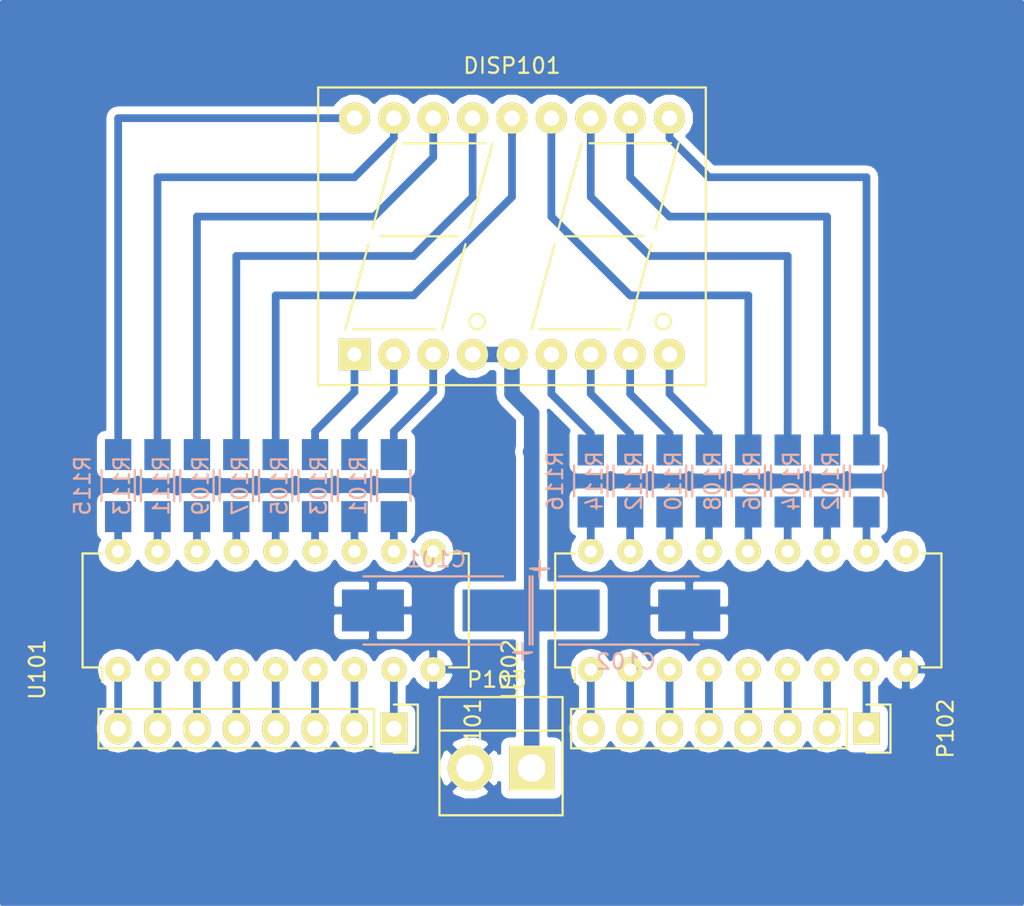
<source format=kicad_pcb>
(kicad_pcb (version 4) (host pcbnew 4.0.4-stable)

  (general
    (links 56)
    (no_connects 2)
    (area 116.84 104.14 182.880001 162.560001)
    (thickness 1.6)
    (drawings 0)
    (tracks 103)
    (zones 0)
    (modules 24)
    (nets 51)
  )

  (page A4)
  (layers
    (0 F.Cu signal)
    (31 B.Cu signal)
    (32 B.Adhes user)
    (33 F.Adhes user)
    (34 B.Paste user)
    (35 F.Paste user)
    (36 B.SilkS user)
    (37 F.SilkS user)
    (38 B.Mask user)
    (39 F.Mask user)
    (40 Dwgs.User user)
    (41 Cmts.User user)
    (42 Eco1.User user)
    (43 Eco2.User user)
    (44 Edge.Cuts user)
    (45 Margin user)
    (46 B.CrtYd user)
    (47 F.CrtYd user)
    (48 B.Fab user)
    (49 F.Fab user)
  )

  (setup
    (last_trace_width 0.5)
    (trace_clearance 0.2)
    (zone_clearance 0.508)
    (zone_45_only no)
    (trace_min 0.2)
    (segment_width 0.2)
    (edge_width 0.15)
    (via_size 0.6)
    (via_drill 0.4)
    (via_min_size 0.4)
    (via_min_drill 0.3)
    (uvia_size 0.3)
    (uvia_drill 0.1)
    (uvias_allowed no)
    (uvia_min_size 0.2)
    (uvia_min_drill 0.1)
    (pcb_text_width 0.3)
    (pcb_text_size 1.5 1.5)
    (mod_edge_width 0.15)
    (mod_text_size 1 1)
    (mod_text_width 0.15)
    (pad_size 1.524 1.524)
    (pad_drill 0.762)
    (pad_to_mask_clearance 0.2)
    (aux_axis_origin 0 0)
    (visible_elements FFFFFF7F)
    (pcbplotparams
      (layerselection 0x00030_80000001)
      (usegerberextensions false)
      (excludeedgelayer true)
      (linewidth 0.100000)
      (plotframeref false)
      (viasonmask false)
      (mode 1)
      (useauxorigin false)
      (hpglpennumber 1)
      (hpglpenspeed 20)
      (hpglpendiameter 15)
      (hpglpenoverlay 2)
      (psnegative false)
      (psa4output false)
      (plotreference true)
      (plotvalue true)
      (plotinvisibletext false)
      (padsonsilk false)
      (subtractmaskfromsilk false)
      (outputformat 1)
      (mirror false)
      (drillshape 1)
      (scaleselection 1)
      (outputdirectory ""))
  )

  (net 0 "")
  (net 1 "Net-(DISP101-Pad1)")
  (net 2 "Net-(DISP101-Pad2)")
  (net 3 "Net-(DISP101-Pad3)")
  (net 4 VCC)
  (net 5 "Net-(DISP101-Pad13)")
  (net 6 "Net-(DISP101-Pad14)")
  (net 7 "Net-(DISP101-Pad15)")
  (net 8 "Net-(DISP101-Pad16)")
  (net 9 "Net-(DISP101-Pad6)")
  (net 10 "Net-(DISP101-Pad7)")
  (net 11 "Net-(DISP101-Pad8)")
  (net 12 "Net-(DISP101-Pad12)")
  (net 13 "Net-(DISP101-Pad11)")
  (net 14 "Net-(DISP101-Pad10)")
  (net 15 "Net-(DISP101-Pad9)")
  (net 16 "Net-(P101-Pad1)")
  (net 17 "Net-(P101-Pad2)")
  (net 18 "Net-(P101-Pad3)")
  (net 19 "Net-(P101-Pad4)")
  (net 20 "Net-(P101-Pad5)")
  (net 21 "Net-(P101-Pad6)")
  (net 22 "Net-(P101-Pad7)")
  (net 23 "Net-(P101-Pad8)")
  (net 24 "Net-(P102-Pad1)")
  (net 25 "Net-(P102-Pad2)")
  (net 26 "Net-(P102-Pad3)")
  (net 27 "Net-(P102-Pad4)")
  (net 28 "Net-(P102-Pad5)")
  (net 29 "Net-(P102-Pad6)")
  (net 30 "Net-(P102-Pad7)")
  (net 31 "Net-(P102-Pad8)")
  (net 32 GND)
  (net 33 "Net-(R101-Pad2)")
  (net 34 "Net-(R102-Pad2)")
  (net 35 "Net-(R103-Pad2)")
  (net 36 "Net-(R104-Pad2)")
  (net 37 "Net-(R105-Pad2)")
  (net 38 "Net-(R106-Pad2)")
  (net 39 "Net-(R107-Pad2)")
  (net 40 "Net-(R108-Pad2)")
  (net 41 "Net-(R109-Pad2)")
  (net 42 "Net-(R110-Pad2)")
  (net 43 "Net-(R111-Pad2)")
  (net 44 "Net-(R112-Pad2)")
  (net 45 "Net-(DISP101-Pad17)")
  (net 46 "Net-(R113-Pad2)")
  (net 47 "Net-(R114-Pad2)")
  (net 48 "Net-(DISP101-Pad18)")
  (net 49 "Net-(R115-Pad2)")
  (net 50 "Net-(R116-Pad2)")

  (net_class Default "This is the default net class."
    (clearance 0.2)
    (trace_width 0.5)
    (via_dia 0.6)
    (via_drill 0.4)
    (uvia_dia 0.3)
    (uvia_drill 0.1)
    (add_net "Net-(DISP101-Pad1)")
    (add_net "Net-(DISP101-Pad10)")
    (add_net "Net-(DISP101-Pad11)")
    (add_net "Net-(DISP101-Pad12)")
    (add_net "Net-(DISP101-Pad13)")
    (add_net "Net-(DISP101-Pad14)")
    (add_net "Net-(DISP101-Pad15)")
    (add_net "Net-(DISP101-Pad16)")
    (add_net "Net-(DISP101-Pad17)")
    (add_net "Net-(DISP101-Pad18)")
    (add_net "Net-(DISP101-Pad2)")
    (add_net "Net-(DISP101-Pad3)")
    (add_net "Net-(DISP101-Pad6)")
    (add_net "Net-(DISP101-Pad7)")
    (add_net "Net-(DISP101-Pad8)")
    (add_net "Net-(DISP101-Pad9)")
    (add_net "Net-(P101-Pad1)")
    (add_net "Net-(P101-Pad2)")
    (add_net "Net-(P101-Pad3)")
    (add_net "Net-(P101-Pad4)")
    (add_net "Net-(P101-Pad5)")
    (add_net "Net-(P101-Pad6)")
    (add_net "Net-(P101-Pad7)")
    (add_net "Net-(P101-Pad8)")
    (add_net "Net-(P102-Pad1)")
    (add_net "Net-(P102-Pad2)")
    (add_net "Net-(P102-Pad3)")
    (add_net "Net-(P102-Pad4)")
    (add_net "Net-(P102-Pad5)")
    (add_net "Net-(P102-Pad6)")
    (add_net "Net-(P102-Pad7)")
    (add_net "Net-(P102-Pad8)")
    (add_net "Net-(R101-Pad2)")
    (add_net "Net-(R102-Pad2)")
    (add_net "Net-(R103-Pad2)")
    (add_net "Net-(R104-Pad2)")
    (add_net "Net-(R105-Pad2)")
    (add_net "Net-(R106-Pad2)")
    (add_net "Net-(R107-Pad2)")
    (add_net "Net-(R108-Pad2)")
    (add_net "Net-(R109-Pad2)")
    (add_net "Net-(R110-Pad2)")
    (add_net "Net-(R111-Pad2)")
    (add_net "Net-(R112-Pad2)")
    (add_net "Net-(R113-Pad2)")
    (add_net "Net-(R114-Pad2)")
    (add_net "Net-(R115-Pad2)")
    (add_net "Net-(R116-Pad2)")
  )

  (net_class Supply ""
    (clearance 0.2)
    (trace_width 1)
    (via_dia 0.6)
    (via_drill 0.4)
    (uvia_dia 0.3)
    (uvia_drill 0.1)
    (add_net GND)
    (add_net VCC)
  )

  (module Pin_Headers:Pin_Header_Straight_1x08 (layer F.Cu) (tedit 0) (tstamp 5827D604)
    (at 142.24 151.13 270)
    (descr "Through hole pin header")
    (tags "pin header")
    (path /582491FB)
    (fp_text reference P101 (at 0 -5.1 270) (layer F.SilkS)
      (effects (font (size 1 1) (thickness 0.15)))
    )
    (fp_text value CONN_01X08 (at 0 -3.1 270) (layer F.Fab)
      (effects (font (size 1 1) (thickness 0.15)))
    )
    (fp_line (start -1.75 -1.75) (end -1.75 19.55) (layer F.CrtYd) (width 0.05))
    (fp_line (start 1.75 -1.75) (end 1.75 19.55) (layer F.CrtYd) (width 0.05))
    (fp_line (start -1.75 -1.75) (end 1.75 -1.75) (layer F.CrtYd) (width 0.05))
    (fp_line (start -1.75 19.55) (end 1.75 19.55) (layer F.CrtYd) (width 0.05))
    (fp_line (start 1.27 1.27) (end 1.27 19.05) (layer F.SilkS) (width 0.15))
    (fp_line (start 1.27 19.05) (end -1.27 19.05) (layer F.SilkS) (width 0.15))
    (fp_line (start -1.27 19.05) (end -1.27 1.27) (layer F.SilkS) (width 0.15))
    (fp_line (start 1.55 -1.55) (end 1.55 0) (layer F.SilkS) (width 0.15))
    (fp_line (start 1.27 1.27) (end -1.27 1.27) (layer F.SilkS) (width 0.15))
    (fp_line (start -1.55 0) (end -1.55 -1.55) (layer F.SilkS) (width 0.15))
    (fp_line (start -1.55 -1.55) (end 1.55 -1.55) (layer F.SilkS) (width 0.15))
    (pad 1 thru_hole rect (at 0 0 270) (size 2.032 1.7272) (drill 1.016) (layers *.Cu *.Mask F.SilkS)
      (net 16 "Net-(P101-Pad1)"))
    (pad 2 thru_hole oval (at 0 2.54 270) (size 2.032 1.7272) (drill 1.016) (layers *.Cu *.Mask F.SilkS)
      (net 17 "Net-(P101-Pad2)"))
    (pad 3 thru_hole oval (at 0 5.08 270) (size 2.032 1.7272) (drill 1.016) (layers *.Cu *.Mask F.SilkS)
      (net 18 "Net-(P101-Pad3)"))
    (pad 4 thru_hole oval (at 0 7.62 270) (size 2.032 1.7272) (drill 1.016) (layers *.Cu *.Mask F.SilkS)
      (net 19 "Net-(P101-Pad4)"))
    (pad 5 thru_hole oval (at 0 10.16 270) (size 2.032 1.7272) (drill 1.016) (layers *.Cu *.Mask F.SilkS)
      (net 20 "Net-(P101-Pad5)"))
    (pad 6 thru_hole oval (at 0 12.7 270) (size 2.032 1.7272) (drill 1.016) (layers *.Cu *.Mask F.SilkS)
      (net 21 "Net-(P101-Pad6)"))
    (pad 7 thru_hole oval (at 0 15.24 270) (size 2.032 1.7272) (drill 1.016) (layers *.Cu *.Mask F.SilkS)
      (net 22 "Net-(P101-Pad7)"))
    (pad 8 thru_hole oval (at 0 17.78 270) (size 2.032 1.7272) (drill 1.016) (layers *.Cu *.Mask F.SilkS)
      (net 23 "Net-(P101-Pad8)"))
    (model Pin_Headers.3dshapes/Pin_Header_Straight_1x08.wrl
      (at (xyz 0 -0.35 0))
      (scale (xyz 1 1 1))
      (rotate (xyz 0 0 90))
    )
  )

  (module Pin_Headers:Pin_Header_Straight_1x08 (layer F.Cu) (tedit 0) (tstamp 5827D61B)
    (at 172.72 151.13 270)
    (descr "Through hole pin header")
    (tags "pin header")
    (path /58249377)
    (fp_text reference P102 (at 0 -5.1 270) (layer F.SilkS)
      (effects (font (size 1 1) (thickness 0.15)))
    )
    (fp_text value CONN_01X08 (at 0 -3.1 270) (layer F.Fab)
      (effects (font (size 1 1) (thickness 0.15)))
    )
    (fp_line (start -1.75 -1.75) (end -1.75 19.55) (layer F.CrtYd) (width 0.05))
    (fp_line (start 1.75 -1.75) (end 1.75 19.55) (layer F.CrtYd) (width 0.05))
    (fp_line (start -1.75 -1.75) (end 1.75 -1.75) (layer F.CrtYd) (width 0.05))
    (fp_line (start -1.75 19.55) (end 1.75 19.55) (layer F.CrtYd) (width 0.05))
    (fp_line (start 1.27 1.27) (end 1.27 19.05) (layer F.SilkS) (width 0.15))
    (fp_line (start 1.27 19.05) (end -1.27 19.05) (layer F.SilkS) (width 0.15))
    (fp_line (start -1.27 19.05) (end -1.27 1.27) (layer F.SilkS) (width 0.15))
    (fp_line (start 1.55 -1.55) (end 1.55 0) (layer F.SilkS) (width 0.15))
    (fp_line (start 1.27 1.27) (end -1.27 1.27) (layer F.SilkS) (width 0.15))
    (fp_line (start -1.55 0) (end -1.55 -1.55) (layer F.SilkS) (width 0.15))
    (fp_line (start -1.55 -1.55) (end 1.55 -1.55) (layer F.SilkS) (width 0.15))
    (pad 1 thru_hole rect (at 0 0 270) (size 2.032 1.7272) (drill 1.016) (layers *.Cu *.Mask F.SilkS)
      (net 24 "Net-(P102-Pad1)"))
    (pad 2 thru_hole oval (at 0 2.54 270) (size 2.032 1.7272) (drill 1.016) (layers *.Cu *.Mask F.SilkS)
      (net 25 "Net-(P102-Pad2)"))
    (pad 3 thru_hole oval (at 0 5.08 270) (size 2.032 1.7272) (drill 1.016) (layers *.Cu *.Mask F.SilkS)
      (net 26 "Net-(P102-Pad3)"))
    (pad 4 thru_hole oval (at 0 7.62 270) (size 2.032 1.7272) (drill 1.016) (layers *.Cu *.Mask F.SilkS)
      (net 27 "Net-(P102-Pad4)"))
    (pad 5 thru_hole oval (at 0 10.16 270) (size 2.032 1.7272) (drill 1.016) (layers *.Cu *.Mask F.SilkS)
      (net 28 "Net-(P102-Pad5)"))
    (pad 6 thru_hole oval (at 0 12.7 270) (size 2.032 1.7272) (drill 1.016) (layers *.Cu *.Mask F.SilkS)
      (net 29 "Net-(P102-Pad6)"))
    (pad 7 thru_hole oval (at 0 15.24 270) (size 2.032 1.7272) (drill 1.016) (layers *.Cu *.Mask F.SilkS)
      (net 30 "Net-(P102-Pad7)"))
    (pad 8 thru_hole oval (at 0 17.78 270) (size 2.032 1.7272) (drill 1.016) (layers *.Cu *.Mask F.SilkS)
      (net 31 "Net-(P102-Pad8)"))
    (model Pin_Headers.3dshapes/Pin_Header_Straight_1x08.wrl
      (at (xyz 0 -0.35 0))
      (scale (xyz 1 1 1))
      (rotate (xyz 0 0 90))
    )
  )

  (module Pin_Headers:Pin_Header_Straight_1x02_Pitch3.96mm_Friction_Lock (layer F.Cu) (tedit 551E6FC5) (tstamp 5827D62A)
    (at 151.13 153.67 180)
    (descr "Header Pin, Unshrouded, Friction Lock, Pitch 0.156\" (3.96mm)")
    (tags "Pin Header Straight 1x02 Pitch3.96mm 640445-2")
    (path /5824904A)
    (fp_text reference P103 (at 2.25 5.7 180) (layer F.SilkS)
      (effects (font (size 1 1) (thickness 0.15)))
    )
    (fp_text value VCC (at 2.45 -4.15 180) (layer F.Fab)
      (effects (font (size 1 1) (thickness 0.15)))
    )
    (fp_line (start -2.25 -3.3) (end 6.2 -3.3) (layer F.CrtYd) (width 0.05))
    (fp_line (start 6.2 -3.3) (end 6.2 4.85) (layer F.CrtYd) (width 0.05))
    (fp_line (start 6.2 4.85) (end -2.25 4.85) (layer F.CrtYd) (width 0.05))
    (fp_line (start -2.25 4.85) (end -2.25 -3.3) (layer F.CrtYd) (width 0.05))
    (fp_line (start -1.9939 -3.048) (end 5.9309 -3.048) (layer F.SilkS) (width 0.15))
    (fp_line (start -1.9939 4.572) (end 5.9309 4.572) (layer F.SilkS) (width 0.15))
    (fp_line (start -1.9939 2.413) (end 5.9309 2.413) (layer F.SilkS) (width 0.15))
    (fp_line (start 5.95 -3.048) (end 5.95 4.572) (layer F.SilkS) (width 0.15))
    (fp_line (start -1.9939 -3.048) (end -1.9939 4.572) (layer F.SilkS) (width 0.15))
    (pad 1 thru_hole rect (at 0 0 180) (size 2.9 2.9) (drill 1.78) (layers *.Cu *.Mask F.SilkS)
      (net 4 VCC))
    (pad 2 thru_hole circle (at 3.96 0 180) (size 2.9 2.9) (drill 1.78) (layers *.Cu *.Mask F.SilkS)
      (net 32 GND))
    (model Pin_Headers.3dshapes/Pin_Header_Straight_1x02_Pitch3.96mm_Friction_Lock.wrl
      (at (xyz 0.08 0 0.125))
      (scale (xyz 0.39 0.39 0.39))
      (rotate (xyz 0 0 180))
    )
  )

  (module Resistors_SMD:R_1206_HandSoldering (layer B.Cu) (tedit 5418A20D) (tstamp 5827D630)
    (at 142.24 135.457819 270)
    (descr "Resistor SMD 1206, hand soldering")
    (tags "resistor 1206")
    (path /58248C9F)
    (attr smd)
    (fp_text reference R101 (at 0 2.3 270) (layer B.SilkS)
      (effects (font (size 1 1) (thickness 0.15)) (justify mirror))
    )
    (fp_text value 220 (at 0 -2.3 270) (layer B.Fab)
      (effects (font (size 1 1) (thickness 0.15)) (justify mirror))
    )
    (fp_line (start -3.3 1.2) (end 3.3 1.2) (layer B.CrtYd) (width 0.05))
    (fp_line (start -3.3 -1.2) (end 3.3 -1.2) (layer B.CrtYd) (width 0.05))
    (fp_line (start -3.3 1.2) (end -3.3 -1.2) (layer B.CrtYd) (width 0.05))
    (fp_line (start 3.3 1.2) (end 3.3 -1.2) (layer B.CrtYd) (width 0.05))
    (fp_line (start 1 -1.075) (end -1 -1.075) (layer B.SilkS) (width 0.15))
    (fp_line (start -1 1.075) (end 1 1.075) (layer B.SilkS) (width 0.15))
    (pad 1 smd rect (at -2 0 270) (size 2 1.7) (layers B.Cu B.Paste B.Mask)
      (net 3 "Net-(DISP101-Pad3)"))
    (pad 2 smd rect (at 2 0 270) (size 2 1.7) (layers B.Cu B.Paste B.Mask)
      (net 33 "Net-(R101-Pad2)"))
    (model Resistors_SMD.3dshapes/R_1206_HandSoldering.wrl
      (at (xyz 0 0 0))
      (scale (xyz 1 1 1))
      (rotate (xyz 0 0 0))
    )
  )

  (module Resistors_SMD:R_1206_HandSoldering (layer B.Cu) (tedit 5418A20D) (tstamp 5827D636)
    (at 172.72 135.16 270)
    (descr "Resistor SMD 1206, hand soldering")
    (tags "resistor 1206")
    (path /58248F28)
    (attr smd)
    (fp_text reference R102 (at 0 2.3 270) (layer B.SilkS)
      (effects (font (size 1 1) (thickness 0.15)) (justify mirror))
    )
    (fp_text value 220 (at 0 -2.3 270) (layer B.Fab)
      (effects (font (size 1 1) (thickness 0.15)) (justify mirror))
    )
    (fp_line (start -3.3 1.2) (end 3.3 1.2) (layer B.CrtYd) (width 0.05))
    (fp_line (start -3.3 -1.2) (end 3.3 -1.2) (layer B.CrtYd) (width 0.05))
    (fp_line (start -3.3 1.2) (end -3.3 -1.2) (layer B.CrtYd) (width 0.05))
    (fp_line (start 3.3 1.2) (end 3.3 -1.2) (layer B.CrtYd) (width 0.05))
    (fp_line (start 1 -1.075) (end -1 -1.075) (layer B.SilkS) (width 0.15))
    (fp_line (start -1 1.075) (end 1 1.075) (layer B.SilkS) (width 0.15))
    (pad 1 smd rect (at -2 0 270) (size 2 1.7) (layers B.Cu B.Paste B.Mask)
      (net 14 "Net-(DISP101-Pad10)"))
    (pad 2 smd rect (at 2 0 270) (size 2 1.7) (layers B.Cu B.Paste B.Mask)
      (net 34 "Net-(R102-Pad2)"))
    (model Resistors_SMD.3dshapes/R_1206_HandSoldering.wrl
      (at (xyz 0 0 0))
      (scale (xyz 1 1 1))
      (rotate (xyz 0 0 0))
    )
  )

  (module Resistors_SMD:R_1206_HandSoldering (layer B.Cu) (tedit 5418A20D) (tstamp 5827D63C)
    (at 139.7 135.457821 270)
    (descr "Resistor SMD 1206, hand soldering")
    (tags "resistor 1206")
    (path /58248D32)
    (attr smd)
    (fp_text reference R103 (at 0 2.3 270) (layer B.SilkS)
      (effects (font (size 1 1) (thickness 0.15)) (justify mirror))
    )
    (fp_text value 220 (at 0 -2.3 270) (layer B.Fab)
      (effects (font (size 1 1) (thickness 0.15)) (justify mirror))
    )
    (fp_line (start -3.3 1.2) (end 3.3 1.2) (layer B.CrtYd) (width 0.05))
    (fp_line (start -3.3 -1.2) (end 3.3 -1.2) (layer B.CrtYd) (width 0.05))
    (fp_line (start -3.3 1.2) (end -3.3 -1.2) (layer B.CrtYd) (width 0.05))
    (fp_line (start 3.3 1.2) (end 3.3 -1.2) (layer B.CrtYd) (width 0.05))
    (fp_line (start 1 -1.075) (end -1 -1.075) (layer B.SilkS) (width 0.15))
    (fp_line (start -1 1.075) (end 1 1.075) (layer B.SilkS) (width 0.15))
    (pad 1 smd rect (at -2 0 270) (size 2 1.7) (layers B.Cu B.Paste B.Mask)
      (net 2 "Net-(DISP101-Pad2)"))
    (pad 2 smd rect (at 2 0 270) (size 2 1.7) (layers B.Cu B.Paste B.Mask)
      (net 35 "Net-(R103-Pad2)"))
    (model Resistors_SMD.3dshapes/R_1206_HandSoldering.wrl
      (at (xyz 0 0 0))
      (scale (xyz 1 1 1))
      (rotate (xyz 0 0 0))
    )
  )

  (module Resistors_SMD:R_1206_HandSoldering (layer B.Cu) (tedit 5418A20D) (tstamp 5827D642)
    (at 170.179999 135.16 270)
    (descr "Resistor SMD 1206, hand soldering")
    (tags "resistor 1206")
    (path /58248F2E)
    (attr smd)
    (fp_text reference R104 (at 0 2.3 270) (layer B.SilkS)
      (effects (font (size 1 1) (thickness 0.15)) (justify mirror))
    )
    (fp_text value 220 (at 0 -2.3 270) (layer B.Fab)
      (effects (font (size 1 1) (thickness 0.15)) (justify mirror))
    )
    (fp_line (start -3.3 1.2) (end 3.3 1.2) (layer B.CrtYd) (width 0.05))
    (fp_line (start -3.3 -1.2) (end 3.3 -1.2) (layer B.CrtYd) (width 0.05))
    (fp_line (start -3.3 1.2) (end -3.3 -1.2) (layer B.CrtYd) (width 0.05))
    (fp_line (start 3.3 1.2) (end 3.3 -1.2) (layer B.CrtYd) (width 0.05))
    (fp_line (start 1 -1.075) (end -1 -1.075) (layer B.SilkS) (width 0.15))
    (fp_line (start -1 1.075) (end 1 1.075) (layer B.SilkS) (width 0.15))
    (pad 1 smd rect (at -2 0 270) (size 2 1.7) (layers B.Cu B.Paste B.Mask)
      (net 13 "Net-(DISP101-Pad11)"))
    (pad 2 smd rect (at 2 0 270) (size 2 1.7) (layers B.Cu B.Paste B.Mask)
      (net 36 "Net-(R104-Pad2)"))
    (model Resistors_SMD.3dshapes/R_1206_HandSoldering.wrl
      (at (xyz 0 0 0))
      (scale (xyz 1 1 1))
      (rotate (xyz 0 0 0))
    )
  )

  (module Resistors_SMD:R_1206_HandSoldering (layer B.Cu) (tedit 5418A20D) (tstamp 5827D648)
    (at 137.16 135.457821 270)
    (descr "Resistor SMD 1206, hand soldering")
    (tags "resistor 1206")
    (path /58248D5E)
    (attr smd)
    (fp_text reference R105 (at 0 2.3 270) (layer B.SilkS)
      (effects (font (size 1 1) (thickness 0.15)) (justify mirror))
    )
    (fp_text value 220 (at 0 -2.3 270) (layer B.Fab)
      (effects (font (size 1 1) (thickness 0.15)) (justify mirror))
    )
    (fp_line (start -3.3 1.2) (end 3.3 1.2) (layer B.CrtYd) (width 0.05))
    (fp_line (start -3.3 -1.2) (end 3.3 -1.2) (layer B.CrtYd) (width 0.05))
    (fp_line (start -3.3 1.2) (end -3.3 -1.2) (layer B.CrtYd) (width 0.05))
    (fp_line (start 3.3 1.2) (end 3.3 -1.2) (layer B.CrtYd) (width 0.05))
    (fp_line (start 1 -1.075) (end -1 -1.075) (layer B.SilkS) (width 0.15))
    (fp_line (start -1 1.075) (end 1 1.075) (layer B.SilkS) (width 0.15))
    (pad 1 smd rect (at -2 0 270) (size 2 1.7) (layers B.Cu B.Paste B.Mask)
      (net 1 "Net-(DISP101-Pad1)"))
    (pad 2 smd rect (at 2 0 270) (size 2 1.7) (layers B.Cu B.Paste B.Mask)
      (net 37 "Net-(R105-Pad2)"))
    (model Resistors_SMD.3dshapes/R_1206_HandSoldering.wrl
      (at (xyz 0 0 0))
      (scale (xyz 1 1 1))
      (rotate (xyz 0 0 0))
    )
  )

  (module Resistors_SMD:R_1206_HandSoldering (layer B.Cu) (tedit 5418A20D) (tstamp 5827D64E)
    (at 167.640001 135.16 270)
    (descr "Resistor SMD 1206, hand soldering")
    (tags "resistor 1206")
    (path /58248F34)
    (attr smd)
    (fp_text reference R106 (at 0 2.3 270) (layer B.SilkS)
      (effects (font (size 1 1) (thickness 0.15)) (justify mirror))
    )
    (fp_text value 220 (at 0 -2.3 270) (layer B.Fab)
      (effects (font (size 1 1) (thickness 0.15)) (justify mirror))
    )
    (fp_line (start -3.3 1.2) (end 3.3 1.2) (layer B.CrtYd) (width 0.05))
    (fp_line (start -3.3 -1.2) (end 3.3 -1.2) (layer B.CrtYd) (width 0.05))
    (fp_line (start -3.3 1.2) (end -3.3 -1.2) (layer B.CrtYd) (width 0.05))
    (fp_line (start 3.3 1.2) (end 3.3 -1.2) (layer B.CrtYd) (width 0.05))
    (fp_line (start 1 -1.075) (end -1 -1.075) (layer B.SilkS) (width 0.15))
    (fp_line (start -1 1.075) (end 1 1.075) (layer B.SilkS) (width 0.15))
    (pad 1 smd rect (at -2 0 270) (size 2 1.7) (layers B.Cu B.Paste B.Mask)
      (net 12 "Net-(DISP101-Pad12)"))
    (pad 2 smd rect (at 2 0 270) (size 2 1.7) (layers B.Cu B.Paste B.Mask)
      (net 38 "Net-(R106-Pad2)"))
    (model Resistors_SMD.3dshapes/R_1206_HandSoldering.wrl
      (at (xyz 0 0 0))
      (scale (xyz 1 1 1))
      (rotate (xyz 0 0 0))
    )
  )

  (module Resistors_SMD:R_1206_HandSoldering (layer B.Cu) (tedit 5418A20D) (tstamp 5827D654)
    (at 134.62 135.457822 270)
    (descr "Resistor SMD 1206, hand soldering")
    (tags "resistor 1206")
    (path /58248D6F)
    (attr smd)
    (fp_text reference R107 (at 0 2.3 270) (layer B.SilkS)
      (effects (font (size 1 1) (thickness 0.15)) (justify mirror))
    )
    (fp_text value 220 (at 0 -2.3 270) (layer B.Fab)
      (effects (font (size 1 1) (thickness 0.15)) (justify mirror))
    )
    (fp_line (start -3.3 1.2) (end 3.3 1.2) (layer B.CrtYd) (width 0.05))
    (fp_line (start -3.3 -1.2) (end 3.3 -1.2) (layer B.CrtYd) (width 0.05))
    (fp_line (start -3.3 1.2) (end -3.3 -1.2) (layer B.CrtYd) (width 0.05))
    (fp_line (start 3.3 1.2) (end 3.3 -1.2) (layer B.CrtYd) (width 0.05))
    (fp_line (start 1 -1.075) (end -1 -1.075) (layer B.SilkS) (width 0.15))
    (fp_line (start -1 1.075) (end 1 1.075) (layer B.SilkS) (width 0.15))
    (pad 1 smd rect (at -2 0 270) (size 2 1.7) (layers B.Cu B.Paste B.Mask)
      (net 6 "Net-(DISP101-Pad14)"))
    (pad 2 smd rect (at 2 0 270) (size 2 1.7) (layers B.Cu B.Paste B.Mask)
      (net 39 "Net-(R107-Pad2)"))
    (model Resistors_SMD.3dshapes/R_1206_HandSoldering.wrl
      (at (xyz 0 0 0))
      (scale (xyz 1 1 1))
      (rotate (xyz 0 0 0))
    )
  )

  (module Resistors_SMD:R_1206_HandSoldering (layer B.Cu) (tedit 5418A20D) (tstamp 5827D65A)
    (at 165.1 135.16 270)
    (descr "Resistor SMD 1206, hand soldering")
    (tags "resistor 1206")
    (path /58248F3A)
    (attr smd)
    (fp_text reference R108 (at 0 2.3 270) (layer B.SilkS)
      (effects (font (size 1 1) (thickness 0.15)) (justify mirror))
    )
    (fp_text value 220 (at 0 -2.3 270) (layer B.Fab)
      (effects (font (size 1 1) (thickness 0.15)) (justify mirror))
    )
    (fp_line (start -3.3 1.2) (end 3.3 1.2) (layer B.CrtYd) (width 0.05))
    (fp_line (start -3.3 -1.2) (end 3.3 -1.2) (layer B.CrtYd) (width 0.05))
    (fp_line (start -3.3 1.2) (end -3.3 -1.2) (layer B.CrtYd) (width 0.05))
    (fp_line (start 3.3 1.2) (end 3.3 -1.2) (layer B.CrtYd) (width 0.05))
    (fp_line (start 1 -1.075) (end -1 -1.075) (layer B.SilkS) (width 0.15))
    (fp_line (start -1 1.075) (end 1 1.075) (layer B.SilkS) (width 0.15))
    (pad 1 smd rect (at -2 0 270) (size 2 1.7) (layers B.Cu B.Paste B.Mask)
      (net 5 "Net-(DISP101-Pad13)"))
    (pad 2 smd rect (at 2 0 270) (size 2 1.7) (layers B.Cu B.Paste B.Mask)
      (net 40 "Net-(R108-Pad2)"))
    (model Resistors_SMD.3dshapes/R_1206_HandSoldering.wrl
      (at (xyz 0 0 0))
      (scale (xyz 1 1 1))
      (rotate (xyz 0 0 0))
    )
  )

  (module Resistors_SMD:R_1206_HandSoldering (layer B.Cu) (tedit 5418A20D) (tstamp 5827D660)
    (at 132.08 135.457822 270)
    (descr "Resistor SMD 1206, hand soldering")
    (tags "resistor 1206")
    (path /58248D80)
    (attr smd)
    (fp_text reference R109 (at 0 2.3 270) (layer B.SilkS)
      (effects (font (size 1 1) (thickness 0.15)) (justify mirror))
    )
    (fp_text value 220 (at 0 -2.3 270) (layer B.Fab)
      (effects (font (size 1 1) (thickness 0.15)) (justify mirror))
    )
    (fp_line (start -3.3 1.2) (end 3.3 1.2) (layer B.CrtYd) (width 0.05))
    (fp_line (start -3.3 -1.2) (end 3.3 -1.2) (layer B.CrtYd) (width 0.05))
    (fp_line (start -3.3 1.2) (end -3.3 -1.2) (layer B.CrtYd) (width 0.05))
    (fp_line (start 3.3 1.2) (end 3.3 -1.2) (layer B.CrtYd) (width 0.05))
    (fp_line (start 1 -1.075) (end -1 -1.075) (layer B.SilkS) (width 0.15))
    (fp_line (start -1 1.075) (end 1 1.075) (layer B.SilkS) (width 0.15))
    (pad 1 smd rect (at -2 0 270) (size 2 1.7) (layers B.Cu B.Paste B.Mask)
      (net 7 "Net-(DISP101-Pad15)"))
    (pad 2 smd rect (at 2 0 270) (size 2 1.7) (layers B.Cu B.Paste B.Mask)
      (net 41 "Net-(R109-Pad2)"))
    (model Resistors_SMD.3dshapes/R_1206_HandSoldering.wrl
      (at (xyz 0 0 0))
      (scale (xyz 1 1 1))
      (rotate (xyz 0 0 0))
    )
  )

  (module Resistors_SMD:R_1206_HandSoldering (layer B.Cu) (tedit 5418A20D) (tstamp 5827D666)
    (at 162.56 135.16 270)
    (descr "Resistor SMD 1206, hand soldering")
    (tags "resistor 1206")
    (path /58248F40)
    (attr smd)
    (fp_text reference R110 (at 0 2.3 270) (layer B.SilkS)
      (effects (font (size 1 1) (thickness 0.15)) (justify mirror))
    )
    (fp_text value 220 (at 0 -2.3 270) (layer B.Fab)
      (effects (font (size 1 1) (thickness 0.15)) (justify mirror))
    )
    (fp_line (start -3.3 1.2) (end 3.3 1.2) (layer B.CrtYd) (width 0.05))
    (fp_line (start -3.3 -1.2) (end 3.3 -1.2) (layer B.CrtYd) (width 0.05))
    (fp_line (start -3.3 1.2) (end -3.3 -1.2) (layer B.CrtYd) (width 0.05))
    (fp_line (start 3.3 1.2) (end 3.3 -1.2) (layer B.CrtYd) (width 0.05))
    (fp_line (start 1 -1.075) (end -1 -1.075) (layer B.SilkS) (width 0.15))
    (fp_line (start -1 1.075) (end 1 1.075) (layer B.SilkS) (width 0.15))
    (pad 1 smd rect (at -2 0 270) (size 2 1.7) (layers B.Cu B.Paste B.Mask)
      (net 15 "Net-(DISP101-Pad9)"))
    (pad 2 smd rect (at 2 0 270) (size 2 1.7) (layers B.Cu B.Paste B.Mask)
      (net 42 "Net-(R110-Pad2)"))
    (model Resistors_SMD.3dshapes/R_1206_HandSoldering.wrl
      (at (xyz 0 0 0))
      (scale (xyz 1 1 1))
      (rotate (xyz 0 0 0))
    )
  )

  (module Resistors_SMD:R_1206_HandSoldering (layer B.Cu) (tedit 5418A20D) (tstamp 5827D66C)
    (at 129.54 135.457821 270)
    (descr "Resistor SMD 1206, hand soldering")
    (tags "resistor 1206")
    (path /58248D91)
    (attr smd)
    (fp_text reference R111 (at 0 2.3 270) (layer B.SilkS)
      (effects (font (size 1 1) (thickness 0.15)) (justify mirror))
    )
    (fp_text value 220 (at 0 -2.3 270) (layer B.Fab)
      (effects (font (size 1 1) (thickness 0.15)) (justify mirror))
    )
    (fp_line (start -3.3 1.2) (end 3.3 1.2) (layer B.CrtYd) (width 0.05))
    (fp_line (start -3.3 -1.2) (end 3.3 -1.2) (layer B.CrtYd) (width 0.05))
    (fp_line (start -3.3 1.2) (end -3.3 -1.2) (layer B.CrtYd) (width 0.05))
    (fp_line (start 3.3 1.2) (end 3.3 -1.2) (layer B.CrtYd) (width 0.05))
    (fp_line (start 1 -1.075) (end -1 -1.075) (layer B.SilkS) (width 0.15))
    (fp_line (start -1 1.075) (end 1 1.075) (layer B.SilkS) (width 0.15))
    (pad 1 smd rect (at -2 0 270) (size 2 1.7) (layers B.Cu B.Paste B.Mask)
      (net 8 "Net-(DISP101-Pad16)"))
    (pad 2 smd rect (at 2 0 270) (size 2 1.7) (layers B.Cu B.Paste B.Mask)
      (net 43 "Net-(R111-Pad2)"))
    (model Resistors_SMD.3dshapes/R_1206_HandSoldering.wrl
      (at (xyz 0 0 0))
      (scale (xyz 1 1 1))
      (rotate (xyz 0 0 0))
    )
  )

  (module Resistors_SMD:R_1206_HandSoldering (layer B.Cu) (tedit 5418A20D) (tstamp 5827D672)
    (at 160.02 135.16 270)
    (descr "Resistor SMD 1206, hand soldering")
    (tags "resistor 1206")
    (path /58248F46)
    (attr smd)
    (fp_text reference R112 (at 0 2.3 270) (layer B.SilkS)
      (effects (font (size 1 1) (thickness 0.15)) (justify mirror))
    )
    (fp_text value 220 (at 0 -2.3 270) (layer B.Fab)
      (effects (font (size 1 1) (thickness 0.15)) (justify mirror))
    )
    (fp_line (start -3.3 1.2) (end 3.3 1.2) (layer B.CrtYd) (width 0.05))
    (fp_line (start -3.3 -1.2) (end 3.3 -1.2) (layer B.CrtYd) (width 0.05))
    (fp_line (start -3.3 1.2) (end -3.3 -1.2) (layer B.CrtYd) (width 0.05))
    (fp_line (start 3.3 1.2) (end 3.3 -1.2) (layer B.CrtYd) (width 0.05))
    (fp_line (start 1 -1.075) (end -1 -1.075) (layer B.SilkS) (width 0.15))
    (fp_line (start -1 1.075) (end 1 1.075) (layer B.SilkS) (width 0.15))
    (pad 1 smd rect (at -2 0 270) (size 2 1.7) (layers B.Cu B.Paste B.Mask)
      (net 11 "Net-(DISP101-Pad8)"))
    (pad 2 smd rect (at 2 0 270) (size 2 1.7) (layers B.Cu B.Paste B.Mask)
      (net 44 "Net-(R112-Pad2)"))
    (model Resistors_SMD.3dshapes/R_1206_HandSoldering.wrl
      (at (xyz 0 0 0))
      (scale (xyz 1 1 1))
      (rotate (xyz 0 0 0))
    )
  )

  (module Resistors_SMD:R_1206_HandSoldering (layer B.Cu) (tedit 5418A20D) (tstamp 5827D678)
    (at 127 135.457821 270)
    (descr "Resistor SMD 1206, hand soldering")
    (tags "resistor 1206")
    (path /58248DA2)
    (attr smd)
    (fp_text reference R113 (at 0 2.3 270) (layer B.SilkS)
      (effects (font (size 1 1) (thickness 0.15)) (justify mirror))
    )
    (fp_text value 220 (at 0 -2.3 270) (layer B.Fab)
      (effects (font (size 1 1) (thickness 0.15)) (justify mirror))
    )
    (fp_line (start -3.3 1.2) (end 3.3 1.2) (layer B.CrtYd) (width 0.05))
    (fp_line (start -3.3 -1.2) (end 3.3 -1.2) (layer B.CrtYd) (width 0.05))
    (fp_line (start -3.3 1.2) (end -3.3 -1.2) (layer B.CrtYd) (width 0.05))
    (fp_line (start 3.3 1.2) (end 3.3 -1.2) (layer B.CrtYd) (width 0.05))
    (fp_line (start 1 -1.075) (end -1 -1.075) (layer B.SilkS) (width 0.15))
    (fp_line (start -1 1.075) (end 1 1.075) (layer B.SilkS) (width 0.15))
    (pad 1 smd rect (at -2 0 270) (size 2 1.7) (layers B.Cu B.Paste B.Mask)
      (net 45 "Net-(DISP101-Pad17)"))
    (pad 2 smd rect (at 2 0 270) (size 2 1.7) (layers B.Cu B.Paste B.Mask)
      (net 46 "Net-(R113-Pad2)"))
    (model Resistors_SMD.3dshapes/R_1206_HandSoldering.wrl
      (at (xyz 0 0 0))
      (scale (xyz 1 1 1))
      (rotate (xyz 0 0 0))
    )
  )

  (module Resistors_SMD:R_1206_HandSoldering (layer B.Cu) (tedit 5418A20D) (tstamp 5827D67E)
    (at 157.48 135.16 270)
    (descr "Resistor SMD 1206, hand soldering")
    (tags "resistor 1206")
    (path /58248F4C)
    (attr smd)
    (fp_text reference R114 (at 0 2.3 270) (layer B.SilkS)
      (effects (font (size 1 1) (thickness 0.15)) (justify mirror))
    )
    (fp_text value 220 (at 0 -2.3 270) (layer B.Fab)
      (effects (font (size 1 1) (thickness 0.15)) (justify mirror))
    )
    (fp_line (start -3.3 1.2) (end 3.3 1.2) (layer B.CrtYd) (width 0.05))
    (fp_line (start -3.3 -1.2) (end 3.3 -1.2) (layer B.CrtYd) (width 0.05))
    (fp_line (start -3.3 1.2) (end -3.3 -1.2) (layer B.CrtYd) (width 0.05))
    (fp_line (start 3.3 1.2) (end 3.3 -1.2) (layer B.CrtYd) (width 0.05))
    (fp_line (start 1 -1.075) (end -1 -1.075) (layer B.SilkS) (width 0.15))
    (fp_line (start -1 1.075) (end 1 1.075) (layer B.SilkS) (width 0.15))
    (pad 1 smd rect (at -2 0 270) (size 2 1.7) (layers B.Cu B.Paste B.Mask)
      (net 10 "Net-(DISP101-Pad7)"))
    (pad 2 smd rect (at 2 0 270) (size 2 1.7) (layers B.Cu B.Paste B.Mask)
      (net 47 "Net-(R114-Pad2)"))
    (model Resistors_SMD.3dshapes/R_1206_HandSoldering.wrl
      (at (xyz 0 0 0))
      (scale (xyz 1 1 1))
      (rotate (xyz 0 0 0))
    )
  )

  (module Resistors_SMD:R_1206_HandSoldering (layer B.Cu) (tedit 5418A20D) (tstamp 5827D684)
    (at 124.46 135.457822 270)
    (descr "Resistor SMD 1206, hand soldering")
    (tags "resistor 1206")
    (path /58248DB3)
    (attr smd)
    (fp_text reference R115 (at 0 2.3 270) (layer B.SilkS)
      (effects (font (size 1 1) (thickness 0.15)) (justify mirror))
    )
    (fp_text value 220 (at 0 -2.3 270) (layer B.Fab)
      (effects (font (size 1 1) (thickness 0.15)) (justify mirror))
    )
    (fp_line (start -3.3 1.2) (end 3.3 1.2) (layer B.CrtYd) (width 0.05))
    (fp_line (start -3.3 -1.2) (end 3.3 -1.2) (layer B.CrtYd) (width 0.05))
    (fp_line (start -3.3 1.2) (end -3.3 -1.2) (layer B.CrtYd) (width 0.05))
    (fp_line (start 3.3 1.2) (end 3.3 -1.2) (layer B.CrtYd) (width 0.05))
    (fp_line (start 1 -1.075) (end -1 -1.075) (layer B.SilkS) (width 0.15))
    (fp_line (start -1 1.075) (end 1 1.075) (layer B.SilkS) (width 0.15))
    (pad 1 smd rect (at -2 0 270) (size 2 1.7) (layers B.Cu B.Paste B.Mask)
      (net 48 "Net-(DISP101-Pad18)"))
    (pad 2 smd rect (at 2 0 270) (size 2 1.7) (layers B.Cu B.Paste B.Mask)
      (net 49 "Net-(R115-Pad2)"))
    (model Resistors_SMD.3dshapes/R_1206_HandSoldering.wrl
      (at (xyz 0 0 0))
      (scale (xyz 1 1 1))
      (rotate (xyz 0 0 0))
    )
  )

  (module Resistors_SMD:R_1206_HandSoldering (layer B.Cu) (tedit 5418A20D) (tstamp 5827D68A)
    (at 154.939999 135.16 270)
    (descr "Resistor SMD 1206, hand soldering")
    (tags "resistor 1206")
    (path /58248F52)
    (attr smd)
    (fp_text reference R116 (at 0 2.3 270) (layer B.SilkS)
      (effects (font (size 1 1) (thickness 0.15)) (justify mirror))
    )
    (fp_text value 220 (at 0 -2.3 270) (layer B.Fab)
      (effects (font (size 1 1) (thickness 0.15)) (justify mirror))
    )
    (fp_line (start -3.3 1.2) (end 3.3 1.2) (layer B.CrtYd) (width 0.05))
    (fp_line (start -3.3 -1.2) (end 3.3 -1.2) (layer B.CrtYd) (width 0.05))
    (fp_line (start -3.3 1.2) (end -3.3 -1.2) (layer B.CrtYd) (width 0.05))
    (fp_line (start 3.3 1.2) (end 3.3 -1.2) (layer B.CrtYd) (width 0.05))
    (fp_line (start 1 -1.075) (end -1 -1.075) (layer B.SilkS) (width 0.15))
    (fp_line (start -1 1.075) (end 1 1.075) (layer B.SilkS) (width 0.15))
    (pad 1 smd rect (at -2 0 270) (size 2 1.7) (layers B.Cu B.Paste B.Mask)
      (net 9 "Net-(DISP101-Pad6)"))
    (pad 2 smd rect (at 2 0 270) (size 2 1.7) (layers B.Cu B.Paste B.Mask)
      (net 50 "Net-(R116-Pad2)"))
    (model Resistors_SMD.3dshapes/R_1206_HandSoldering.wrl
      (at (xyz 0 0 0))
      (scale (xyz 1 1 1))
      (rotate (xyz 0 0 0))
    )
  )

  (module Housings_DIP:DIP-18_W7.62mm (layer F.Cu) (tedit 54130A77) (tstamp 5827D6A0)
    (at 124.46 147.32 90)
    (descr "18-lead dip package, row spacing 7.62 mm (300 mils)")
    (tags "dil dip 2.54 300")
    (path /58248B9D)
    (fp_text reference U101 (at 0 -5.22 90) (layer F.SilkS)
      (effects (font (size 1 1) (thickness 0.15)))
    )
    (fp_text value ULN2803 (at 0 -3.72 90) (layer F.Fab)
      (effects (font (size 1 1) (thickness 0.15)))
    )
    (fp_line (start -1.05 -2.45) (end -1.05 22.8) (layer F.CrtYd) (width 0.05))
    (fp_line (start 8.65 -2.45) (end 8.65 22.8) (layer F.CrtYd) (width 0.05))
    (fp_line (start -1.05 -2.45) (end 8.65 -2.45) (layer F.CrtYd) (width 0.05))
    (fp_line (start -1.05 22.8) (end 8.65 22.8) (layer F.CrtYd) (width 0.05))
    (fp_line (start 0.135 -2.295) (end 0.135 -1.025) (layer F.SilkS) (width 0.15))
    (fp_line (start 7.485 -2.295) (end 7.485 -1.025) (layer F.SilkS) (width 0.15))
    (fp_line (start 7.485 22.615) (end 7.485 21.345) (layer F.SilkS) (width 0.15))
    (fp_line (start 0.135 22.615) (end 0.135 21.345) (layer F.SilkS) (width 0.15))
    (fp_line (start 0.135 -2.295) (end 7.485 -2.295) (layer F.SilkS) (width 0.15))
    (fp_line (start 0.135 22.615) (end 7.485 22.615) (layer F.SilkS) (width 0.15))
    (fp_line (start 0.135 -1.025) (end -0.8 -1.025) (layer F.SilkS) (width 0.15))
    (pad 1 thru_hole oval (at 0 0 90) (size 1.6 1.6) (drill 0.8) (layers *.Cu *.Mask F.SilkS)
      (net 23 "Net-(P101-Pad8)"))
    (pad 2 thru_hole oval (at 0 2.54 90) (size 1.6 1.6) (drill 0.8) (layers *.Cu *.Mask F.SilkS)
      (net 22 "Net-(P101-Pad7)"))
    (pad 3 thru_hole oval (at 0 5.08 90) (size 1.6 1.6) (drill 0.8) (layers *.Cu *.Mask F.SilkS)
      (net 21 "Net-(P101-Pad6)"))
    (pad 4 thru_hole oval (at 0 7.62 90) (size 1.6 1.6) (drill 0.8) (layers *.Cu *.Mask F.SilkS)
      (net 20 "Net-(P101-Pad5)"))
    (pad 5 thru_hole oval (at 0 10.16 90) (size 1.6 1.6) (drill 0.8) (layers *.Cu *.Mask F.SilkS)
      (net 19 "Net-(P101-Pad4)"))
    (pad 6 thru_hole oval (at 0 12.7 90) (size 1.6 1.6) (drill 0.8) (layers *.Cu *.Mask F.SilkS)
      (net 18 "Net-(P101-Pad3)"))
    (pad 7 thru_hole oval (at 0 15.24 90) (size 1.6 1.6) (drill 0.8) (layers *.Cu *.Mask F.SilkS)
      (net 17 "Net-(P101-Pad2)"))
    (pad 8 thru_hole oval (at 0 17.78 90) (size 1.6 1.6) (drill 0.8) (layers *.Cu *.Mask F.SilkS)
      (net 16 "Net-(P101-Pad1)"))
    (pad 9 thru_hole oval (at 0 20.32 90) (size 1.6 1.6) (drill 0.8) (layers *.Cu *.Mask F.SilkS)
      (net 32 GND))
    (pad 10 thru_hole oval (at 7.62 20.32 90) (size 1.6 1.6) (drill 0.8) (layers *.Cu *.Mask F.SilkS))
    (pad 11 thru_hole oval (at 7.62 17.78 90) (size 1.6 1.6) (drill 0.8) (layers *.Cu *.Mask F.SilkS)
      (net 33 "Net-(R101-Pad2)"))
    (pad 12 thru_hole oval (at 7.62 15.24 90) (size 1.6 1.6) (drill 0.8) (layers *.Cu *.Mask F.SilkS)
      (net 35 "Net-(R103-Pad2)"))
    (pad 13 thru_hole oval (at 7.62 12.7 90) (size 1.6 1.6) (drill 0.8) (layers *.Cu *.Mask F.SilkS)
      (net 37 "Net-(R105-Pad2)"))
    (pad 14 thru_hole oval (at 7.62 10.16 90) (size 1.6 1.6) (drill 0.8) (layers *.Cu *.Mask F.SilkS)
      (net 39 "Net-(R107-Pad2)"))
    (pad 15 thru_hole oval (at 7.62 7.62 90) (size 1.6 1.6) (drill 0.8) (layers *.Cu *.Mask F.SilkS)
      (net 41 "Net-(R109-Pad2)"))
    (pad 16 thru_hole oval (at 7.62 5.08 90) (size 1.6 1.6) (drill 0.8) (layers *.Cu *.Mask F.SilkS)
      (net 43 "Net-(R111-Pad2)"))
    (pad 17 thru_hole oval (at 7.62 2.54 90) (size 1.6 1.6) (drill 0.8) (layers *.Cu *.Mask F.SilkS)
      (net 46 "Net-(R113-Pad2)"))
    (pad 18 thru_hole oval (at 7.62 0 90) (size 1.6 1.6) (drill 0.8) (layers *.Cu *.Mask F.SilkS)
      (net 49 "Net-(R115-Pad2)"))
    (model Housings_DIP.3dshapes/DIP-18_W7.62mm.wrl
      (at (xyz 0 0 0))
      (scale (xyz 1 1 1))
      (rotate (xyz 0 0 0))
    )
  )

  (module Housings_DIP:DIP-18_W7.62mm (layer F.Cu) (tedit 54130A77) (tstamp 5827D6B6)
    (at 154.94 147.32 90)
    (descr "18-lead dip package, row spacing 7.62 mm (300 mils)")
    (tags "dil dip 2.54 300")
    (path /58248F22)
    (fp_text reference U102 (at 0 -5.22 90) (layer F.SilkS)
      (effects (font (size 1 1) (thickness 0.15)))
    )
    (fp_text value ULN2803 (at 0 -3.72 90) (layer F.Fab)
      (effects (font (size 1 1) (thickness 0.15)))
    )
    (fp_line (start -1.05 -2.45) (end -1.05 22.8) (layer F.CrtYd) (width 0.05))
    (fp_line (start 8.65 -2.45) (end 8.65 22.8) (layer F.CrtYd) (width 0.05))
    (fp_line (start -1.05 -2.45) (end 8.65 -2.45) (layer F.CrtYd) (width 0.05))
    (fp_line (start -1.05 22.8) (end 8.65 22.8) (layer F.CrtYd) (width 0.05))
    (fp_line (start 0.135 -2.295) (end 0.135 -1.025) (layer F.SilkS) (width 0.15))
    (fp_line (start 7.485 -2.295) (end 7.485 -1.025) (layer F.SilkS) (width 0.15))
    (fp_line (start 7.485 22.615) (end 7.485 21.345) (layer F.SilkS) (width 0.15))
    (fp_line (start 0.135 22.615) (end 0.135 21.345) (layer F.SilkS) (width 0.15))
    (fp_line (start 0.135 -2.295) (end 7.485 -2.295) (layer F.SilkS) (width 0.15))
    (fp_line (start 0.135 22.615) (end 7.485 22.615) (layer F.SilkS) (width 0.15))
    (fp_line (start 0.135 -1.025) (end -0.8 -1.025) (layer F.SilkS) (width 0.15))
    (pad 1 thru_hole oval (at 0 0 90) (size 1.6 1.6) (drill 0.8) (layers *.Cu *.Mask F.SilkS)
      (net 31 "Net-(P102-Pad8)"))
    (pad 2 thru_hole oval (at 0 2.54 90) (size 1.6 1.6) (drill 0.8) (layers *.Cu *.Mask F.SilkS)
      (net 30 "Net-(P102-Pad7)"))
    (pad 3 thru_hole oval (at 0 5.08 90) (size 1.6 1.6) (drill 0.8) (layers *.Cu *.Mask F.SilkS)
      (net 29 "Net-(P102-Pad6)"))
    (pad 4 thru_hole oval (at 0 7.62 90) (size 1.6 1.6) (drill 0.8) (layers *.Cu *.Mask F.SilkS)
      (net 28 "Net-(P102-Pad5)"))
    (pad 5 thru_hole oval (at 0 10.16 90) (size 1.6 1.6) (drill 0.8) (layers *.Cu *.Mask F.SilkS)
      (net 27 "Net-(P102-Pad4)"))
    (pad 6 thru_hole oval (at 0 12.7 90) (size 1.6 1.6) (drill 0.8) (layers *.Cu *.Mask F.SilkS)
      (net 26 "Net-(P102-Pad3)"))
    (pad 7 thru_hole oval (at 0 15.24 90) (size 1.6 1.6) (drill 0.8) (layers *.Cu *.Mask F.SilkS)
      (net 25 "Net-(P102-Pad2)"))
    (pad 8 thru_hole oval (at 0 17.78 90) (size 1.6 1.6) (drill 0.8) (layers *.Cu *.Mask F.SilkS)
      (net 24 "Net-(P102-Pad1)"))
    (pad 9 thru_hole oval (at 0 20.32 90) (size 1.6 1.6) (drill 0.8) (layers *.Cu *.Mask F.SilkS)
      (net 32 GND))
    (pad 10 thru_hole oval (at 7.62 20.32 90) (size 1.6 1.6) (drill 0.8) (layers *.Cu *.Mask F.SilkS))
    (pad 11 thru_hole oval (at 7.62 17.78 90) (size 1.6 1.6) (drill 0.8) (layers *.Cu *.Mask F.SilkS)
      (net 34 "Net-(R102-Pad2)"))
    (pad 12 thru_hole oval (at 7.62 15.24 90) (size 1.6 1.6) (drill 0.8) (layers *.Cu *.Mask F.SilkS)
      (net 36 "Net-(R104-Pad2)"))
    (pad 13 thru_hole oval (at 7.62 12.7 90) (size 1.6 1.6) (drill 0.8) (layers *.Cu *.Mask F.SilkS)
      (net 38 "Net-(R106-Pad2)"))
    (pad 14 thru_hole oval (at 7.62 10.16 90) (size 1.6 1.6) (drill 0.8) (layers *.Cu *.Mask F.SilkS)
      (net 40 "Net-(R108-Pad2)"))
    (pad 15 thru_hole oval (at 7.62 7.62 90) (size 1.6 1.6) (drill 0.8) (layers *.Cu *.Mask F.SilkS)
      (net 42 "Net-(R110-Pad2)"))
    (pad 16 thru_hole oval (at 7.62 5.08 90) (size 1.6 1.6) (drill 0.8) (layers *.Cu *.Mask F.SilkS)
      (net 44 "Net-(R112-Pad2)"))
    (pad 17 thru_hole oval (at 7.62 2.54 90) (size 1.6 1.6) (drill 0.8) (layers *.Cu *.Mask F.SilkS)
      (net 47 "Net-(R114-Pad2)"))
    (pad 18 thru_hole oval (at 7.62 0 90) (size 1.6 1.6) (drill 0.8) (layers *.Cu *.Mask F.SilkS)
      (net 50 "Net-(R116-Pad2)"))
    (model Housings_DIP.3dshapes/DIP-18_W7.62mm.wrl
      (at (xyz 0 0 0))
      (scale (xyz 1 1 1))
      (rotate (xyz 0 0 0))
    )
  )

  (module Displays_7-Segment:DA56 (layer F.Cu) (tedit 5470F06C) (tstamp 582834F9)
    (at 149.86 119.38)
    (descr "2x7-segments, 14 mm, Kingbright DA56 displays")
    (tags "7-segments display")
    (path /58248B1B)
    (fp_text reference DISP101 (at 0 -11) (layer F.SilkS)
      (effects (font (size 1 1) (thickness 0.15)))
    )
    (fp_text value VQE24 (at 0 11) (layer F.Fab)
      (effects (font (size 1 1) (thickness 0.15)))
    )
    (fp_circle (center 9.75 5.5) (end 9.75 6) (layer F.SilkS) (width 0.15))
    (fp_circle (center -2.25 5.5) (end -2.25 6) (layer F.SilkS) (width 0.15))
    (fp_line (start -7 -6) (end -1.75 -6) (layer F.SilkS) (width 0.15))
    (fp_line (start -10.75 6) (end -9.25 0.5) (layer F.SilkS) (width 0.15))
    (fp_line (start -12.5 9.6) (end -12.5 -9.6) (layer F.SilkS) (width 0.15))
    (fp_line (start 12.5 9.6) (end -12.5 9.6) (layer F.SilkS) (width 0.15))
    (fp_line (start 12.5 -9.6) (end 12.5 9.6) (layer F.SilkS) (width 0.15))
    (fp_line (start -12.5 -9.6) (end 12.5 -9.6) (layer F.SilkS) (width 0.15))
    (fp_line (start -9 -0.5) (end -7.5 -6) (layer F.SilkS) (width 0.15))
    (fp_line (start -4.5 6) (end -3 0.5) (layer F.SilkS) (width 0.15))
    (fp_line (start -2.75 -0.5) (end -1.25 -6) (layer F.SilkS) (width 0.15))
    (fp_line (start -10.25 6) (end -5 6) (layer F.SilkS) (width 0.15))
    (fp_line (start -8.5 0) (end -3.5 0) (layer F.SilkS) (width 0.15))
    (fp_line (start 9.25 -0.5) (end 10.75 -6) (layer F.SilkS) (width 0.15))
    (fp_line (start 5 -6) (end 10.25 -6) (layer F.SilkS) (width 0.15))
    (fp_line (start 3 -0.5) (end 4.5 -6) (layer F.SilkS) (width 0.15))
    (fp_line (start 3.5 0) (end 8.5 0) (layer F.SilkS) (width 0.15))
    (fp_line (start 1.75 6) (end 7 6) (layer F.SilkS) (width 0.15))
    (fp_line (start 1.25 6) (end 2.75 0.5) (layer F.SilkS) (width 0.15))
    (fp_line (start 7.5 6) (end 9 0.5) (layer F.SilkS) (width 0.15))
    (pad 1 thru_hole rect (at -10.16 7.62) (size 2.032 2.032) (drill 0.9144) (layers *.Cu *.Mask F.SilkS)
      (net 1 "Net-(DISP101-Pad1)"))
    (pad 2 thru_hole circle (at -7.62 7.62) (size 2 2) (drill 1) (layers *.Cu *.Mask F.SilkS)
      (net 2 "Net-(DISP101-Pad2)"))
    (pad 3 thru_hole circle (at -5.08 7.62) (size 2 2) (drill 1) (layers *.Cu *.Mask F.SilkS)
      (net 3 "Net-(DISP101-Pad3)"))
    (pad 4 thru_hole circle (at -2.54 7.62) (size 2 2) (drill 1) (layers *.Cu *.Mask F.SilkS)
      (net 4 VCC))
    (pad 15 thru_hole circle (at -2.54 -7.62) (size 2 2) (drill 1) (layers *.Cu *.Mask F.SilkS)
      (net 7 "Net-(DISP101-Pad15)"))
    (pad 16 thru_hole circle (at -5.08 -7.62) (size 2 2) (drill 1) (layers *.Cu *.Mask F.SilkS)
      (net 8 "Net-(DISP101-Pad16)"))
    (pad 17 thru_hole circle (at -7.62 -7.62) (size 2 2) (drill 1) (layers *.Cu *.Mask F.SilkS)
      (net 45 "Net-(DISP101-Pad17)"))
    (pad 18 thru_hole circle (at -10.16 -7.62) (size 2 2) (drill 1) (layers *.Cu *.Mask F.SilkS)
      (net 48 "Net-(DISP101-Pad18)"))
    (pad 5 thru_hole circle (at 0 7.62) (size 2 2) (drill 1) (layers *.Cu *.Mask F.SilkS)
      (net 4 VCC))
    (pad 6 thru_hole circle (at 2.54 7.62) (size 2 2) (drill 1) (layers *.Cu *.Mask F.SilkS)
      (net 9 "Net-(DISP101-Pad6)"))
    (pad 7 thru_hole circle (at 5.08 7.62) (size 2 2) (drill 1) (layers *.Cu *.Mask F.SilkS)
      (net 10 "Net-(DISP101-Pad7)"))
    (pad 8 thru_hole circle (at 7.62 7.62) (size 2 2) (drill 1) (layers *.Cu *.Mask F.SilkS)
      (net 11 "Net-(DISP101-Pad8)"))
    (pad 14 thru_hole circle (at 0 -7.62) (size 2 2) (drill 1) (layers *.Cu *.Mask F.SilkS)
      (net 6 "Net-(DISP101-Pad14)"))
    (pad 13 thru_hole circle (at 2.54 -7.62) (size 2 2) (drill 1) (layers *.Cu *.Mask F.SilkS)
      (net 5 "Net-(DISP101-Pad13)"))
    (pad 12 thru_hole circle (at 5.08 -7.62) (size 2 2) (drill 1) (layers *.Cu *.Mask F.SilkS)
      (net 12 "Net-(DISP101-Pad12)"))
    (pad 11 thru_hole circle (at 7.62 -7.62) (size 2 2) (drill 1) (layers *.Cu *.Mask F.SilkS)
      (net 13 "Net-(DISP101-Pad11)"))
    (pad 9 thru_hole circle (at 10.16 7.62) (size 2 2) (drill 1) (layers *.Cu *.Mask F.SilkS)
      (net 15 "Net-(DISP101-Pad9)"))
    (pad 10 thru_hole circle (at 10.16 -7.62) (size 2 2) (drill 1) (layers *.Cu *.Mask F.SilkS)
      (net 14 "Net-(DISP101-Pad10)"))
  )

  (module Capacitors_Tantalum_SMD:TantalC_SizeD_EIA-7343_HandSoldering (layer B.Cu) (tedit 0) (tstamp 58283AE7)
    (at 144.78 143.51 180)
    (descr "Tantal Cap. , Size D, EIA-7343, Hand Soldering,")
    (tags "Tantal Cap. , Size D, EIA-7343, Hand Soldering,")
    (path /5824A897)
    (attr smd)
    (fp_text reference C101 (at -0.20066 3.29946 180) (layer B.SilkS)
      (effects (font (size 1 1) (thickness 0.15)) (justify mirror))
    )
    (fp_text value 100u (at -0.09906 -3.59918 180) (layer B.Fab)
      (effects (font (size 1 1) (thickness 0.15)) (justify mirror))
    )
    (fp_line (start -6.40334 2.19964) (end -6.40334 -2.19964) (layer B.SilkS) (width 0.15))
    (fp_line (start -4.50088 -2.19964) (end 4.50088 -2.19964) (layer B.SilkS) (width 0.15))
    (fp_line (start 4.50088 2.19964) (end -4.50088 2.19964) (layer B.SilkS) (width 0.15))
    (fp_text user + (at -6.85546 2.70002 180) (layer B.SilkS)
      (effects (font (size 1 1) (thickness 0.15)) (justify mirror))
    )
    (fp_line (start -6.858 3.20294) (end -6.858 2.10312) (layer B.SilkS) (width 0.15))
    (fp_line (start -7.45744 2.70256) (end -6.25856 2.70256) (layer B.SilkS) (width 0.15))
    (pad 2 smd rect (at 3.88874 0 180) (size 4.0005 2.70002) (layers B.Cu B.Paste B.Mask)
      (net 32 GND))
    (pad 1 smd rect (at -3.88874 0 180) (size 4.0005 2.70002) (layers B.Cu B.Paste B.Mask)
      (net 4 VCC))
    (model Capacitors_Tantalum_SMD.3dshapes/TantalC_SizeD_EIA-7343_HandSoldering.wrl
      (at (xyz 0 0 0))
      (scale (xyz 1 1 1))
      (rotate (xyz 0 0 180))
    )
  )

  (module Capacitors_Tantalum_SMD:TantalC_SizeD_EIA-7343_HandSoldering (layer B.Cu) (tedit 0) (tstamp 58283B22)
    (at 157.40126 143.51)
    (descr "Tantal Cap. , Size D, EIA-7343, Hand Soldering,")
    (tags "Tantal Cap. , Size D, EIA-7343, Hand Soldering,")
    (path /5824ABB8)
    (attr smd)
    (fp_text reference C102 (at -0.20066 3.29946) (layer B.SilkS)
      (effects (font (size 1 1) (thickness 0.15)) (justify mirror))
    )
    (fp_text value 100u (at -0.09906 -3.59918) (layer B.Fab)
      (effects (font (size 1 1) (thickness 0.15)) (justify mirror))
    )
    (fp_line (start -6.40334 2.19964) (end -6.40334 -2.19964) (layer B.SilkS) (width 0.15))
    (fp_line (start -4.50088 -2.19964) (end 4.50088 -2.19964) (layer B.SilkS) (width 0.15))
    (fp_line (start 4.50088 2.19964) (end -4.50088 2.19964) (layer B.SilkS) (width 0.15))
    (fp_text user + (at -6.85546 2.70002) (layer B.SilkS)
      (effects (font (size 1 1) (thickness 0.15)) (justify mirror))
    )
    (fp_line (start -6.858 3.20294) (end -6.858 2.10312) (layer B.SilkS) (width 0.15))
    (fp_line (start -7.45744 2.70256) (end -6.25856 2.70256) (layer B.SilkS) (width 0.15))
    (pad 2 smd rect (at 3.88874 0) (size 4.0005 2.70002) (layers B.Cu B.Paste B.Mask)
      (net 32 GND))
    (pad 1 smd rect (at -3.88874 0) (size 4.0005 2.70002) (layers B.Cu B.Paste B.Mask)
      (net 4 VCC))
    (model Capacitors_Tantalum_SMD.3dshapes/TantalC_SizeD_EIA-7343_HandSoldering.wrl
      (at (xyz 0 0 0))
      (scale (xyz 1 1 1))
      (rotate (xyz 0 0 180))
    )
  )

  (segment (start 137.16 133.457821) (end 137.16 131.957821) (width 0.5) (layer B.Cu) (net 1))
  (segment (start 137.16 131.957821) (end 139.7 129.417821) (width 0.5) (layer B.Cu) (net 1))
  (segment (start 139.7 129.417821) (end 139.7 127) (width 0.5) (layer B.Cu) (net 1))
  (segment (start 139.7 133.457821) (end 139.7 131.957821) (width 0.5) (layer B.Cu) (net 2))
  (segment (start 139.7 131.957821) (end 142.24 129.417821) (width 0.5) (layer B.Cu) (net 2))
  (segment (start 142.24 129.417821) (end 142.24 127) (width 0.5) (layer B.Cu) (net 2))
  (segment (start 142.24 133.457819) (end 142.24 131.957819) (width 0.5) (layer B.Cu) (net 3))
  (segment (start 142.24 131.957819) (end 144.78 129.417819) (width 0.5) (layer B.Cu) (net 3))
  (segment (start 144.78 129.417819) (end 144.78 127) (width 0.5) (layer B.Cu) (net 3))
  (segment (start 153.51252 143.51) (end 151.13 143.51) (width 1) (layer B.Cu) (net 4))
  (segment (start 151.13 153.67) (end 151.13 143.51) (width 1) (layer B.Cu) (net 4))
  (segment (start 151.13 143.51) (end 151.13 133.35) (width 1) (layer B.Cu) (net 4))
  (segment (start 148.66874 143.51) (end 151.13 143.51) (width 1) (layer B.Cu) (net 4))
  (segment (start 151.13 133.35) (end 151.13 130.81) (width 1) (layer B.Cu) (net 4))
  (segment (start 151.05126 133.27126) (end 151.13 133.35) (width 1) (layer B.Cu) (net 4))
  (segment (start 149.86 127) (end 147.32 127) (width 1) (layer B.Cu) (net 4))
  (segment (start 151.13 130.81) (end 149.86 129.54) (width 1) (layer B.Cu) (net 4))
  (segment (start 149.86 129.54) (end 149.86 127) (width 1) (layer B.Cu) (net 4))
  (segment (start 152.4 118.11) (end 152.4 111.76) (width 0.5) (layer B.Cu) (net 5))
  (segment (start 157.48 123.19) (end 152.4 118.11) (width 0.5) (layer B.Cu) (net 5))
  (segment (start 165.1 123.19) (end 157.48 123.19) (width 0.5) (layer B.Cu) (net 5))
  (segment (start 165.1 133.16) (end 165.1 123.19) (width 0.5) (layer B.Cu) (net 5))
  (segment (start 134.62 133.457822) (end 134.62 123.19) (width 0.5) (layer B.Cu) (net 6))
  (segment (start 134.62 123.19) (end 143.51 123.19) (width 0.5) (layer B.Cu) (net 6))
  (segment (start 143.51 123.19) (end 149.86 116.84) (width 0.5) (layer B.Cu) (net 6))
  (segment (start 149.86 116.84) (end 149.86 111.76) (width 0.5) (layer B.Cu) (net 6))
  (segment (start 132.08 133.457822) (end 132.08 120.65) (width 0.5) (layer B.Cu) (net 7))
  (segment (start 132.08 120.65) (end 143.51 120.65) (width 0.5) (layer B.Cu) (net 7))
  (segment (start 143.51 120.65) (end 147.32 116.84) (width 0.5) (layer B.Cu) (net 7))
  (segment (start 147.32 116.84) (end 147.32 111.76) (width 0.5) (layer B.Cu) (net 7))
  (segment (start 144.78 114.3) (end 144.78 111.76) (width 0.5) (layer B.Cu) (net 8))
  (segment (start 140.97 118.11) (end 144.78 114.3) (width 0.5) (layer B.Cu) (net 8))
  (segment (start 129.54 118.11) (end 140.97 118.11) (width 0.5) (layer B.Cu) (net 8))
  (segment (start 129.54 133.457821) (end 129.54 118.11) (width 0.5) (layer B.Cu) (net 8))
  (segment (start 154.94 132.08) (end 152.4 129.54) (width 0.5) (layer B.Cu) (net 9))
  (segment (start 152.4 129.54) (end 152.4 127) (width 0.5) (layer B.Cu) (net 9))
  (segment (start 154.94 133.009999) (end 154.94 132.08) (width 0.5) (layer B.Cu) (net 9))
  (segment (start 154.939999 133.16) (end 154.94 133.009999) (width 0.5) (layer B.Cu) (net 9))
  (segment (start 154.94 129.54) (end 154.94 127) (width 0.5) (layer B.Cu) (net 10))
  (segment (start 157.48 132.08) (end 154.94 129.54) (width 0.5) (layer B.Cu) (net 10))
  (segment (start 157.48 133.16) (end 157.48 132.08) (width 0.5) (layer B.Cu) (net 10))
  (segment (start 157.48 129.54) (end 157.48 127) (width 0.5) (layer B.Cu) (net 11))
  (segment (start 160.02 132.08) (end 157.48 129.54) (width 0.5) (layer B.Cu) (net 11))
  (segment (start 160.02 133.16) (end 160.02 132.08) (width 0.5) (layer B.Cu) (net 11))
  (segment (start 158.75 120.65) (end 154.94 116.84) (width 0.5) (layer B.Cu) (net 12))
  (segment (start 154.94 116.84) (end 154.94 111.76) (width 0.5) (layer B.Cu) (net 12))
  (segment (start 167.64 120.65) (end 158.75 120.65) (width 0.5) (layer B.Cu) (net 12))
  (segment (start 167.64 131.659999) (end 167.64 120.65) (width 0.5) (layer B.Cu) (net 12))
  (segment (start 167.640001 133.16) (end 167.64 131.659999) (width 0.5) (layer B.Cu) (net 12))
  (segment (start 170.179999 133.16) (end 170.18 131.659999) (width 0.5) (layer B.Cu) (net 13))
  (segment (start 170.18 131.659999) (end 170.18 118.11) (width 0.5) (layer B.Cu) (net 13))
  (segment (start 170.18 118.11) (end 160.02 118.11) (width 0.5) (layer B.Cu) (net 13))
  (segment (start 160.02 118.11) (end 157.48 115.57) (width 0.5) (layer B.Cu) (net 13))
  (segment (start 157.48 115.57) (end 157.48 111.76) (width 0.5) (layer B.Cu) (net 13))
  (segment (start 160.02 113.03) (end 160.02 111.76) (width 0.5) (layer B.Cu) (net 14))
  (segment (start 162.56 115.57) (end 160.02 113.03) (width 0.5) (layer B.Cu) (net 14))
  (segment (start 172.72 115.57) (end 162.56 115.57) (width 0.5) (layer B.Cu) (net 14))
  (segment (start 172.72 133.16) (end 172.72 115.57) (width 0.5) (layer B.Cu) (net 14))
  (segment (start 160.02 129.54) (end 160.02 127) (width 0.5) (layer B.Cu) (net 15))
  (segment (start 162.56 132.08) (end 160.02 129.54) (width 0.5) (layer B.Cu) (net 15))
  (segment (start 162.56 133.16) (end 162.56 132.08) (width 0.5) (layer B.Cu) (net 15))
  (segment (start 142.24 148.59) (end 142.24 147.32) (width 0.5) (layer B.Cu) (net 16))
  (segment (start 142.24 151.13) (end 142.24 148.59) (width 0.5) (layer B.Cu) (net 16))
  (segment (start 139.7 151.13) (end 139.7 147.32) (width 0.5) (layer B.Cu) (net 17))
  (segment (start 137.16 151.13) (end 137.16 147.32) (width 0.5) (layer B.Cu) (net 18))
  (segment (start 134.62 151.13) (end 134.62 147.32) (width 0.5) (layer B.Cu) (net 19))
  (segment (start 132.08 151.13) (end 132.08 147.32) (width 0.5) (layer B.Cu) (net 20))
  (segment (start 129.54 151.13) (end 129.54 147.32) (width 0.5) (layer B.Cu) (net 21))
  (segment (start 127 151.13) (end 127 147.32) (width 0.5) (layer B.Cu) (net 22))
  (segment (start 124.46 151.13) (end 124.46 147.32) (width 0.5) (layer B.Cu) (net 23))
  (segment (start 172.72 151.13) (end 172.72 147.32) (width 0.5) (layer B.Cu) (net 24))
  (segment (start 170.18 151.13) (end 170.18 147.32) (width 0.5) (layer B.Cu) (net 25))
  (segment (start 167.64 151.13) (end 167.64 147.32) (width 0.5) (layer B.Cu) (net 26))
  (segment (start 165.1 151.13) (end 165.1 147.32) (width 0.5) (layer B.Cu) (net 27))
  (segment (start 162.56 151.13) (end 162.56 147.32) (width 0.5) (layer B.Cu) (net 28))
  (segment (start 160.02 151.13) (end 160.02 147.32) (width 0.5) (layer B.Cu) (net 29))
  (segment (start 157.48 151.13) (end 157.48 147.32) (width 0.5) (layer B.Cu) (net 30))
  (segment (start 154.94 151.13) (end 154.94 147.32) (width 0.5) (layer B.Cu) (net 31))
  (segment (start 142.24 139.7) (end 142.24 137.457819) (width 0.5) (layer B.Cu) (net 33))
  (segment (start 172.72 139.7) (end 172.72 137.16) (width 0.5) (layer B.Cu) (net 34))
  (segment (start 139.7 139.7) (end 139.7 137.457821) (width 0.5) (layer B.Cu) (net 35))
  (segment (start 170.18 139.7) (end 170.18 137.160001) (width 0.5) (layer B.Cu) (net 36))
  (segment (start 170.18 137.160001) (end 170.179999 137.16) (width 0.5) (layer B.Cu) (net 36))
  (segment (start 137.16 139.7) (end 137.16 137.457821) (width 0.5) (layer B.Cu) (net 37))
  (segment (start 167.64 139.7) (end 167.64 137.160001) (width 0.5) (layer B.Cu) (net 38))
  (segment (start 167.64 137.160001) (end 167.640001 137.16) (width 0.5) (layer B.Cu) (net 38))
  (segment (start 134.62 139.7) (end 134.62 137.457822) (width 0.5) (layer B.Cu) (net 39))
  (segment (start 165.1 139.7) (end 165.1 137.16) (width 0.5) (layer B.Cu) (net 40))
  (segment (start 132.08 139.7) (end 132.08 137.457822) (width 0.5) (layer B.Cu) (net 41))
  (segment (start 162.56 139.7) (end 162.56 137.16) (width 0.5) (layer B.Cu) (net 42))
  (segment (start 129.54 139.7) (end 129.54 137.457821) (width 0.5) (layer B.Cu) (net 43))
  (segment (start 160.02 139.7) (end 160.02 137.16) (width 0.5) (layer B.Cu) (net 44))
  (segment (start 127 133.457821) (end 127 115.57) (width 0.5) (layer B.Cu) (net 45))
  (segment (start 127 115.57) (end 139.7 115.57) (width 0.5) (layer B.Cu) (net 45))
  (segment (start 139.7 115.57) (end 142.24 113.03) (width 0.5) (layer B.Cu) (net 45))
  (segment (start 142.24 113.03) (end 142.24 111.76) (width 0.5) (layer B.Cu) (net 45))
  (segment (start 127 139.7) (end 127 137.457821) (width 0.5) (layer B.Cu) (net 46))
  (segment (start 157.48 139.7) (end 157.48 137.16) (width 0.5) (layer B.Cu) (net 47))
  (segment (start 124.46 133.457822) (end 124.46 111.76) (width 0.5) (layer B.Cu) (net 48))
  (segment (start 124.46 111.76) (end 139.7 111.76) (width 0.5) (layer B.Cu) (net 48))
  (segment (start 124.46 139.7) (end 124.46 137.457822) (width 0.5) (layer B.Cu) (net 49))
  (segment (start 154.94 139.7) (end 154.94 137.160001) (width 0.5) (layer B.Cu) (net 50))
  (segment (start 154.94 137.160001) (end 154.939999 137.16) (width 0.5) (layer B.Cu) (net 50))

  (zone (net 32) (net_name GND) (layer B.Cu) (tstamp 0) (hatch edge 0.508)
    (connect_pads (clearance 0.508))
    (min_thickness 0.254)
    (fill yes (arc_segments 16) (thermal_gap 0.508) (thermal_bridge_width 0.508))
    (polygon
      (pts
        (xy 182.88 162.56) (xy 116.84 162.56) (xy 116.84 104.14) (xy 182.88 104.14)
      )
    )
    (filled_polygon
      (pts
        (xy 182.753 162.433) (xy 116.967 162.433) (xy 116.967 155.147849) (xy 145.871756 155.147849) (xy 146.025435 155.461424)
        (xy 146.798108 155.763066) (xy 147.627398 155.746058) (xy 148.314565 155.461424) (xy 148.468244 155.147849) (xy 147.17 153.849605)
        (xy 145.871756 155.147849) (xy 116.967 155.147849) (xy 116.967 153.298108) (xy 145.076934 153.298108) (xy 145.093942 154.127398)
        (xy 145.378576 154.814565) (xy 145.692151 154.968244) (xy 146.990395 153.67) (xy 145.692151 152.371756) (xy 145.378576 152.525435)
        (xy 145.076934 153.298108) (xy 116.967 153.298108) (xy 116.967 150.945255) (xy 122.9614 150.945255) (xy 122.9614 151.314745)
        (xy 123.075474 151.888234) (xy 123.40033 152.374415) (xy 123.886511 152.699271) (xy 124.46 152.813345) (xy 125.033489 152.699271)
        (xy 125.51967 152.374415) (xy 125.73 152.059634) (xy 125.94033 152.374415) (xy 126.426511 152.699271) (xy 127 152.813345)
        (xy 127.573489 152.699271) (xy 128.05967 152.374415) (xy 128.27 152.059634) (xy 128.48033 152.374415) (xy 128.966511 152.699271)
        (xy 129.54 152.813345) (xy 130.113489 152.699271) (xy 130.59967 152.374415) (xy 130.81 152.059634) (xy 131.02033 152.374415)
        (xy 131.506511 152.699271) (xy 132.08 152.813345) (xy 132.653489 152.699271) (xy 133.13967 152.374415) (xy 133.35 152.059634)
        (xy 133.56033 152.374415) (xy 134.046511 152.699271) (xy 134.62 152.813345) (xy 135.193489 152.699271) (xy 135.67967 152.374415)
        (xy 135.89 152.059634) (xy 136.10033 152.374415) (xy 136.586511 152.699271) (xy 137.16 152.813345) (xy 137.733489 152.699271)
        (xy 138.21967 152.374415) (xy 138.43 152.059634) (xy 138.64033 152.374415) (xy 139.126511 152.699271) (xy 139.7 152.813345)
        (xy 140.273489 152.699271) (xy 140.75967 152.374415) (xy 140.769243 152.360087) (xy 140.773238 152.381317) (xy 140.91231 152.597441)
        (xy 141.12451 152.742431) (xy 141.3764 152.79344) (xy 143.1036 152.79344) (xy 143.338917 152.749162) (xy 143.555041 152.61009)
        (xy 143.700031 152.39789) (xy 143.741694 152.192151) (xy 145.871756 152.192151) (xy 147.17 153.490395) (xy 148.468244 152.192151)
        (xy 148.314565 151.878576) (xy 147.541892 151.576934) (xy 146.712602 151.593942) (xy 146.025435 151.878576) (xy 145.871756 152.192151)
        (xy 143.741694 152.192151) (xy 143.75104 152.146) (xy 143.75104 150.114) (xy 143.706762 149.878683) (xy 143.56769 149.662559)
        (xy 143.35549 149.517569) (xy 143.125 149.470894) (xy 143.125 148.449473) (xy 143.254698 148.362811) (xy 143.524986 147.958297)
        (xy 143.627611 148.175134) (xy 144.042577 148.551041) (xy 144.430961 148.711904) (xy 144.653 148.589915) (xy 144.653 147.447)
        (xy 144.907 147.447) (xy 144.907 148.589915) (xy 145.129039 148.711904) (xy 145.517423 148.551041) (xy 145.932389 148.175134)
        (xy 146.171914 147.669041) (xy 146.050629 147.447) (xy 144.907 147.447) (xy 144.653 147.447) (xy 144.633 147.447)
        (xy 144.633 147.193) (xy 144.653 147.193) (xy 144.653 146.050085) (xy 144.907 146.050085) (xy 144.907 147.193)
        (xy 146.050629 147.193) (xy 146.171914 146.970959) (xy 145.932389 146.464866) (xy 145.517423 146.088959) (xy 145.129039 145.928096)
        (xy 144.907 146.050085) (xy 144.653 146.050085) (xy 144.430961 145.928096) (xy 144.042577 146.088959) (xy 143.627611 146.464866)
        (xy 143.524986 146.681703) (xy 143.254698 146.277189) (xy 142.789151 145.96612) (xy 142.24 145.856887) (xy 141.690849 145.96612)
        (xy 141.225302 146.277189) (xy 140.97 146.659275) (xy 140.714698 146.277189) (xy 140.249151 145.96612) (xy 139.7 145.856887)
        (xy 139.150849 145.96612) (xy 138.685302 146.277189) (xy 138.43 146.659275) (xy 138.174698 146.277189) (xy 137.709151 145.96612)
        (xy 137.16 145.856887) (xy 136.610849 145.96612) (xy 136.145302 146.277189) (xy 135.89 146.659275) (xy 135.634698 146.277189)
        (xy 135.169151 145.96612) (xy 134.62 145.856887) (xy 134.070849 145.96612) (xy 133.605302 146.277189) (xy 133.35 146.659275)
        (xy 133.094698 146.277189) (xy 132.629151 145.96612) (xy 132.08 145.856887) (xy 131.530849 145.96612) (xy 131.065302 146.277189)
        (xy 130.81 146.659275) (xy 130.554698 146.277189) (xy 130.089151 145.96612) (xy 129.54 145.856887) (xy 128.990849 145.96612)
        (xy 128.525302 146.277189) (xy 128.27 146.659275) (xy 128.014698 146.277189) (xy 127.549151 145.96612) (xy 127 145.856887)
        (xy 126.450849 145.96612) (xy 125.985302 146.277189) (xy 125.73 146.659275) (xy 125.474698 146.277189) (xy 125.009151 145.96612)
        (xy 124.46 145.856887) (xy 123.910849 145.96612) (xy 123.445302 146.277189) (xy 123.134233 146.742736) (xy 123.025 147.291887)
        (xy 123.025 147.348113) (xy 123.134233 147.897264) (xy 123.445302 148.362811) (xy 123.575 148.449473) (xy 123.575 149.768874)
        (xy 123.40033 149.885585) (xy 123.075474 150.371766) (xy 122.9614 150.945255) (xy 116.967 150.945255) (xy 116.967 143.79575)
        (xy 138.25601 143.79575) (xy 138.25601 144.98632) (xy 138.352683 145.219709) (xy 138.531312 145.398337) (xy 138.764701 145.49501)
        (xy 140.60551 145.49501) (xy 140.76426 145.33626) (xy 140.76426 143.637) (xy 141.01826 143.637) (xy 141.01826 145.33626)
        (xy 141.17701 145.49501) (xy 143.017819 145.49501) (xy 143.251208 145.398337) (xy 143.429837 145.219709) (xy 143.52651 144.98632)
        (xy 143.52651 143.79575) (xy 143.36776 143.637) (xy 141.01826 143.637) (xy 140.76426 143.637) (xy 138.41476 143.637)
        (xy 138.25601 143.79575) (xy 116.967 143.79575) (xy 116.967 142.03368) (xy 138.25601 142.03368) (xy 138.25601 143.22425)
        (xy 138.41476 143.383) (xy 140.76426 143.383) (xy 140.76426 141.68374) (xy 141.01826 141.68374) (xy 141.01826 143.383)
        (xy 143.36776 143.383) (xy 143.52651 143.22425) (xy 143.52651 142.03368) (xy 143.429837 141.800291) (xy 143.251208 141.621663)
        (xy 143.017819 141.52499) (xy 141.17701 141.52499) (xy 141.01826 141.68374) (xy 140.76426 141.68374) (xy 140.60551 141.52499)
        (xy 138.764701 141.52499) (xy 138.531312 141.621663) (xy 138.352683 141.800291) (xy 138.25601 142.03368) (xy 116.967 142.03368)
        (xy 116.967 136.457822) (xy 122.96256 136.457822) (xy 122.96256 138.457822) (xy 123.006838 138.693139) (xy 123.14591 138.909263)
        (xy 123.235822 138.970697) (xy 123.134233 139.122736) (xy 123.025 139.671887) (xy 123.025 139.728113) (xy 123.134233 140.277264)
        (xy 123.445302 140.742811) (xy 123.910849 141.05388) (xy 124.46 141.163113) (xy 125.009151 141.05388) (xy 125.474698 140.742811)
        (xy 125.73 140.360725) (xy 125.985302 140.742811) (xy 126.450849 141.05388) (xy 127 141.163113) (xy 127.549151 141.05388)
        (xy 128.014698 140.742811) (xy 128.27 140.360725) (xy 128.525302 140.742811) (xy 128.990849 141.05388) (xy 129.54 141.163113)
        (xy 130.089151 141.05388) (xy 130.554698 140.742811) (xy 130.81 140.360725) (xy 131.065302 140.742811) (xy 131.530849 141.05388)
        (xy 132.08 141.163113) (xy 132.629151 141.05388) (xy 133.094698 140.742811) (xy 133.35 140.360725) (xy 133.605302 140.742811)
        (xy 134.070849 141.05388) (xy 134.62 141.163113) (xy 135.169151 141.05388) (xy 135.634698 140.742811) (xy 135.89 140.360725)
        (xy 136.145302 140.742811) (xy 136.610849 141.05388) (xy 137.16 141.163113) (xy 137.709151 141.05388) (xy 138.174698 140.742811)
        (xy 138.43 140.360725) (xy 138.685302 140.742811) (xy 139.150849 141.05388) (xy 139.7 141.163113) (xy 140.249151 141.05388)
        (xy 140.714698 140.742811) (xy 140.97 140.360725) (xy 141.225302 140.742811) (xy 141.690849 141.05388) (xy 142.24 141.163113)
        (xy 142.789151 141.05388) (xy 143.254698 140.742811) (xy 143.51 140.360725) (xy 143.765302 140.742811) (xy 144.230849 141.05388)
        (xy 144.78 141.163113) (xy 145.329151 141.05388) (xy 145.794698 140.742811) (xy 146.105767 140.277264) (xy 146.215 139.728113)
        (xy 146.215 139.671887) (xy 146.105767 139.122736) (xy 145.794698 138.657189) (xy 145.329151 138.34612) (xy 144.78 138.236887)
        (xy 144.230849 138.34612) (xy 143.765302 138.657189) (xy 143.51 139.039275) (xy 143.464612 138.971347) (xy 143.541441 138.921909)
        (xy 143.686431 138.709709) (xy 143.73744 138.457819) (xy 143.73744 136.457819) (xy 143.693162 136.222502) (xy 143.55409 136.006378)
        (xy 143.34189 135.861388) (xy 143.09 135.810379) (xy 141.39 135.810379) (xy 141.154683 135.854657) (xy 140.967922 135.974835)
        (xy 140.80189 135.86139) (xy 140.55 135.810381) (xy 138.85 135.810381) (xy 138.614683 135.854659) (xy 138.427923 135.974836)
        (xy 138.26189 135.86139) (xy 138.01 135.810381) (xy 136.31 135.810381) (xy 136.074683 135.854659) (xy 135.887922 135.974836)
        (xy 135.72189 135.861391) (xy 135.47 135.810382) (xy 133.77 135.810382) (xy 133.534683 135.85466) (xy 133.347923 135.974837)
        (xy 133.18189 135.861391) (xy 132.93 135.810382) (xy 131.23 135.810382) (xy 130.994683 135.85466) (xy 130.807924 135.974836)
        (xy 130.64189 135.86139) (xy 130.39 135.810381) (xy 128.69 135.810381) (xy 128.454683 135.854659) (xy 128.267923 135.974836)
        (xy 128.10189 135.86139) (xy 127.85 135.810381) (xy 126.15 135.810381) (xy 125.914683 135.854659) (xy 125.727922 135.974836)
        (xy 125.56189 135.861391) (xy 125.31 135.810382) (xy 123.61 135.810382) (xy 123.374683 135.85466) (xy 123.158559 135.993732)
        (xy 123.013569 136.205932) (xy 122.96256 136.457822) (xy 116.967 136.457822) (xy 116.967 132.457822) (xy 122.96256 132.457822)
        (xy 122.96256 134.457822) (xy 123.006838 134.693139) (xy 123.14591 134.909263) (xy 123.35811 135.054253) (xy 123.61 135.105262)
        (xy 125.31 135.105262) (xy 125.545317 135.060984) (xy 125.732078 134.940807) (xy 125.89811 135.054252) (xy 126.15 135.105261)
        (xy 127.85 135.105261) (xy 128.085317 135.060983) (xy 128.272077 134.940806) (xy 128.43811 135.054252) (xy 128.69 135.105261)
        (xy 130.39 135.105261) (xy 130.625317 135.060983) (xy 130.812076 134.940807) (xy 130.97811 135.054253) (xy 131.23 135.105262)
        (xy 132.93 135.105262) (xy 133.165317 135.060984) (xy 133.352077 134.940807) (xy 133.51811 135.054253) (xy 133.77 135.105262)
        (xy 135.47 135.105262) (xy 135.705317 135.060984) (xy 135.892078 134.940807) (xy 136.05811 135.054252) (xy 136.31 135.105261)
        (xy 138.01 135.105261) (xy 138.245317 135.060983) (xy 138.432077 134.940806) (xy 138.59811 135.054252) (xy 138.85 135.105261)
        (xy 140.55 135.105261) (xy 140.785317 135.060983) (xy 140.972078 134.940805) (xy 141.13811 135.05425) (xy 141.39 135.105259)
        (xy 143.09 135.105259) (xy 143.325317 135.060981) (xy 143.541441 134.921909) (xy 143.686431 134.709709) (xy 143.73744 134.457819)
        (xy 143.73744 132.457819) (xy 143.693162 132.222502) (xy 143.55409 132.006378) (xy 143.488106 131.961293) (xy 145.405787 130.043611)
        (xy 145.40579 130.043609) (xy 145.597633 129.756494) (xy 145.665 129.417819) (xy 145.665 128.403398) (xy 145.704943 128.386894)
        (xy 146.050199 128.042241) (xy 146.392637 128.385278) (xy 146.993352 128.634716) (xy 147.643795 128.635284) (xy 148.244943 128.386894)
        (xy 148.497278 128.135) (xy 148.682796 128.135) (xy 148.725 128.177278) (xy 148.725 129.54) (xy 148.811397 129.974346)
        (xy 148.939316 130.16579) (xy 149.057434 130.342566) (xy 149.995 131.280132) (xy 149.995 132.875409) (xy 149.91626 133.27126)
        (xy 149.995 133.667111) (xy 149.995 141.51255) (xy 146.66849 141.51255) (xy 146.433173 141.556828) (xy 146.217049 141.6959)
        (xy 146.072059 141.9081) (xy 146.02105 142.15999) (xy 146.02105 144.86001) (xy 146.065328 145.095327) (xy 146.2044 145.311451)
        (xy 146.4166 145.456441) (xy 146.66849 145.50745) (xy 149.995 145.50745) (xy 149.995 151.57256) (xy 149.68 151.57256)
        (xy 149.444683 151.616838) (xy 149.228559 151.75591) (xy 149.083569 151.96811) (xy 149.03256 152.22) (xy 149.03256 152.697172)
        (xy 148.961424 152.525435) (xy 148.647849 152.371756) (xy 147.349605 153.67) (xy 148.647849 154.968244) (xy 148.961424 154.814565)
        (xy 149.03256 154.632346) (xy 149.03256 155.12) (xy 149.076838 155.355317) (xy 149.21591 155.571441) (xy 149.42811 155.716431)
        (xy 149.68 155.76744) (xy 152.58 155.76744) (xy 152.815317 155.723162) (xy 153.031441 155.58409) (xy 153.176431 155.37189)
        (xy 153.22744 155.12) (xy 153.22744 152.22) (xy 153.183162 151.984683) (xy 153.04409 151.768559) (xy 152.83189 151.623569)
        (xy 152.58 151.57256) (xy 152.265 151.57256) (xy 152.265 150.945255) (xy 153.4414 150.945255) (xy 153.4414 151.314745)
        (xy 153.555474 151.888234) (xy 153.88033 152.374415) (xy 154.366511 152.699271) (xy 154.94 152.813345) (xy 155.513489 152.699271)
        (xy 155.99967 152.374415) (xy 156.21 152.059634) (xy 156.42033 152.374415) (xy 156.906511 152.699271) (xy 157.48 152.813345)
        (xy 158.053489 152.699271) (xy 158.53967 152.374415) (xy 158.75 152.059634) (xy 158.96033 152.374415) (xy 159.446511 152.699271)
        (xy 160.02 152.813345) (xy 160.593489 152.699271) (xy 161.07967 152.374415) (xy 161.29 152.059634) (xy 161.50033 152.374415)
        (xy 161.986511 152.699271) (xy 162.56 152.813345) (xy 163.133489 152.699271) (xy 163.61967 152.374415) (xy 163.83 152.059634)
        (xy 164.04033 152.374415) (xy 164.526511 152.699271) (xy 165.1 152.813345) (xy 165.673489 152.699271) (xy 166.15967 152.374415)
        (xy 166.37 152.059634) (xy 166.58033 152.374415) (xy 167.066511 152.699271) (xy 167.64 152.813345) (xy 168.213489 152.699271)
        (xy 168.69967 152.374415) (xy 168.91 152.059634) (xy 169.12033 152.374415) (xy 169.606511 152.699271) (xy 170.18 152.813345)
        (xy 170.753489 152.699271) (xy 171.23967 152.374415) (xy 171.249243 152.360087) (xy 171.253238 152.381317) (xy 171.39231 152.597441)
        (xy 171.60451 152.742431) (xy 171.8564 152.79344) (xy 173.5836 152.79344) (xy 173.818917 152.749162) (xy 174.035041 152.61009)
        (xy 174.180031 152.39789) (xy 174.23104 152.146) (xy 174.23104 150.114) (xy 174.186762 149.878683) (xy 174.04769 149.662559)
        (xy 173.83549 149.517569) (xy 173.605 149.470894) (xy 173.605 148.449473) (xy 173.734698 148.362811) (xy 174.004986 147.958297)
        (xy 174.107611 148.175134) (xy 174.522577 148.551041) (xy 174.910961 148.711904) (xy 175.133 148.589915) (xy 175.133 147.447)
        (xy 175.387 147.447) (xy 175.387 148.589915) (xy 175.609039 148.711904) (xy 175.997423 148.551041) (xy 176.412389 148.175134)
        (xy 176.651914 147.669041) (xy 176.530629 147.447) (xy 175.387 147.447) (xy 175.133 147.447) (xy 175.113 147.447)
        (xy 175.113 147.193) (xy 175.133 147.193) (xy 175.133 146.050085) (xy 175.387 146.050085) (xy 175.387 147.193)
        (xy 176.530629 147.193) (xy 176.651914 146.970959) (xy 176.412389 146.464866) (xy 175.997423 146.088959) (xy 175.609039 145.928096)
        (xy 175.387 146.050085) (xy 175.133 146.050085) (xy 174.910961 145.928096) (xy 174.522577 146.088959) (xy 174.107611 146.464866)
        (xy 174.004986 146.681703) (xy 173.734698 146.277189) (xy 173.269151 145.96612) (xy 172.72 145.856887) (xy 172.170849 145.96612)
        (xy 171.705302 146.277189) (xy 171.45 146.659275) (xy 171.194698 146.277189) (xy 170.729151 145.96612) (xy 170.18 145.856887)
        (xy 169.630849 145.96612) (xy 169.165302 146.277189) (xy 168.91 146.659275) (xy 168.654698 146.277189) (xy 168.189151 145.96612)
        (xy 167.64 145.856887) (xy 167.090849 145.96612) (xy 166.625302 146.277189) (xy 166.37 146.659275) (xy 166.114698 146.277189)
        (xy 165.649151 145.96612) (xy 165.1 145.856887) (xy 164.550849 145.96612) (xy 164.085302 146.277189) (xy 163.83 146.659275)
        (xy 163.574698 146.277189) (xy 163.109151 145.96612) (xy 162.56 145.856887) (xy 162.010849 145.96612) (xy 161.545302 146.277189)
        (xy 161.29 146.659275) (xy 161.034698 146.277189) (xy 160.569151 145.96612) (xy 160.02 145.856887) (xy 159.470849 145.96612)
        (xy 159.005302 146.277189) (xy 158.75 146.659275) (xy 158.494698 146.277189) (xy 158.029151 145.96612) (xy 157.48 145.856887)
        (xy 156.930849 145.96612) (xy 156.465302 146.277189) (xy 156.21 146.659275) (xy 155.954698 146.277189) (xy 155.489151 145.96612)
        (xy 154.94 145.856887) (xy 154.390849 145.96612) (xy 153.925302 146.277189) (xy 153.614233 146.742736) (xy 153.505 147.291887)
        (xy 153.505 147.348113) (xy 153.614233 147.897264) (xy 153.925302 148.362811) (xy 154.055 148.449473) (xy 154.055 149.768874)
        (xy 153.88033 149.885585) (xy 153.555474 150.371766) (xy 153.4414 150.945255) (xy 152.265 150.945255) (xy 152.265 145.50745)
        (xy 155.51277 145.50745) (xy 155.748087 145.463172) (xy 155.964211 145.3241) (xy 156.109201 145.1119) (xy 156.16021 144.86001)
        (xy 156.16021 143.79575) (xy 158.65475 143.79575) (xy 158.65475 144.98632) (xy 158.751423 145.219709) (xy 158.930052 145.398337)
        (xy 159.163441 145.49501) (xy 161.00425 145.49501) (xy 161.163 145.33626) (xy 161.163 143.637) (xy 161.417 143.637)
        (xy 161.417 145.33626) (xy 161.57575 145.49501) (xy 163.416559 145.49501) (xy 163.649948 145.398337) (xy 163.828577 145.219709)
        (xy 163.92525 144.98632) (xy 163.92525 143.79575) (xy 163.7665 143.637) (xy 161.417 143.637) (xy 161.163 143.637)
        (xy 158.8135 143.637) (xy 158.65475 143.79575) (xy 156.16021 143.79575) (xy 156.16021 142.15999) (xy 156.136444 142.03368)
        (xy 158.65475 142.03368) (xy 158.65475 143.22425) (xy 158.8135 143.383) (xy 161.163 143.383) (xy 161.163 141.68374)
        (xy 161.417 141.68374) (xy 161.417 143.383) (xy 163.7665 143.383) (xy 163.92525 143.22425) (xy 163.92525 142.03368)
        (xy 163.828577 141.800291) (xy 163.649948 141.621663) (xy 163.416559 141.52499) (xy 161.57575 141.52499) (xy 161.417 141.68374)
        (xy 161.163 141.68374) (xy 161.00425 141.52499) (xy 159.163441 141.52499) (xy 158.930052 141.621663) (xy 158.751423 141.800291)
        (xy 158.65475 142.03368) (xy 156.136444 142.03368) (xy 156.115932 141.924673) (xy 155.97686 141.708549) (xy 155.76466 141.563559)
        (xy 155.51277 141.51255) (xy 152.265 141.51255) (xy 152.265 136.16) (xy 153.442559 136.16) (xy 153.442559 138.16)
        (xy 153.486837 138.395317) (xy 153.625909 138.611441) (xy 153.838109 138.756431) (xy 153.856502 138.760156) (xy 153.614233 139.122736)
        (xy 153.505 139.671887) (xy 153.505 139.728113) (xy 153.614233 140.277264) (xy 153.925302 140.742811) (xy 154.390849 141.05388)
        (xy 154.94 141.163113) (xy 155.489151 141.05388) (xy 155.954698 140.742811) (xy 156.21 140.360725) (xy 156.465302 140.742811)
        (xy 156.930849 141.05388) (xy 157.48 141.163113) (xy 158.029151 141.05388) (xy 158.494698 140.742811) (xy 158.75 140.360725)
        (xy 159.005302 140.742811) (xy 159.470849 141.05388) (xy 160.02 141.163113) (xy 160.569151 141.05388) (xy 161.034698 140.742811)
        (xy 161.29 140.360725) (xy 161.545302 140.742811) (xy 162.010849 141.05388) (xy 162.56 141.163113) (xy 163.109151 141.05388)
        (xy 163.574698 140.742811) (xy 163.83 140.360725) (xy 164.085302 140.742811) (xy 164.550849 141.05388) (xy 165.1 141.163113)
        (xy 165.649151 141.05388) (xy 166.114698 140.742811) (xy 166.37 140.360725) (xy 166.625302 140.742811) (xy 167.090849 141.05388)
        (xy 167.64 141.163113) (xy 168.189151 141.05388) (xy 168.654698 140.742811) (xy 168.91 140.360725) (xy 169.165302 140.742811)
        (xy 169.630849 141.05388) (xy 170.18 141.163113) (xy 170.729151 141.05388) (xy 171.194698 140.742811) (xy 171.45 140.360725)
        (xy 171.705302 140.742811) (xy 172.170849 141.05388) (xy 172.72 141.163113) (xy 173.269151 141.05388) (xy 173.734698 140.742811)
        (xy 173.99 140.360725) (xy 174.245302 140.742811) (xy 174.710849 141.05388) (xy 175.26 141.163113) (xy 175.809151 141.05388)
        (xy 176.274698 140.742811) (xy 176.585767 140.277264) (xy 176.695 139.728113) (xy 176.695 139.671887) (xy 176.585767 139.122736)
        (xy 176.274698 138.657189) (xy 175.809151 138.34612) (xy 175.26 138.236887) (xy 174.710849 138.34612) (xy 174.245302 138.657189)
        (xy 173.99 139.039275) (xy 173.80545 138.763077) (xy 174.021441 138.62409) (xy 174.166431 138.41189) (xy 174.21744 138.16)
        (xy 174.21744 136.16) (xy 174.173162 135.924683) (xy 174.03409 135.708559) (xy 173.82189 135.563569) (xy 173.57 135.51256)
        (xy 171.87 135.51256) (xy 171.634683 135.556838) (xy 171.447923 135.677015) (xy 171.281889 135.563569) (xy 171.029999 135.51256)
        (xy 169.329999 135.51256) (xy 169.094682 135.556838) (xy 168.907923 135.677014) (xy 168.741891 135.563569) (xy 168.490001 135.51256)
        (xy 166.790001 135.51256) (xy 166.554684 135.556838) (xy 166.367924 135.677015) (xy 166.20189 135.563569) (xy 165.95 135.51256)
        (xy 164.25 135.51256) (xy 164.014683 135.556838) (xy 163.827923 135.677015) (xy 163.66189 135.563569) (xy 163.41 135.51256)
        (xy 161.71 135.51256) (xy 161.474683 135.556838) (xy 161.287923 135.677015) (xy 161.12189 135.563569) (xy 160.87 135.51256)
        (xy 159.17 135.51256) (xy 158.934683 135.556838) (xy 158.747923 135.677015) (xy 158.58189 135.563569) (xy 158.33 135.51256)
        (xy 156.63 135.51256) (xy 156.394683 135.556838) (xy 156.207923 135.677015) (xy 156.041889 135.563569) (xy 155.789999 135.51256)
        (xy 154.089999 135.51256) (xy 153.854682 135.556838) (xy 153.638558 135.69591) (xy 153.493568 135.90811) (xy 153.442559 136.16)
        (xy 152.265 136.16) (xy 152.265 130.81) (xy 152.226905 130.618485) (xy 153.502889 131.894468) (xy 153.493568 131.90811)
        (xy 153.442559 132.16) (xy 153.442559 134.16) (xy 153.486837 134.395317) (xy 153.625909 134.611441) (xy 153.838109 134.756431)
        (xy 154.089999 134.80744) (xy 155.789999 134.80744) (xy 156.025316 134.763162) (xy 156.212076 134.642985) (xy 156.37811 134.756431)
        (xy 156.63 134.80744) (xy 158.33 134.80744) (xy 158.565317 134.763162) (xy 158.752077 134.642985) (xy 158.91811 134.756431)
        (xy 159.17 134.80744) (xy 160.87 134.80744) (xy 161.105317 134.763162) (xy 161.292077 134.642985) (xy 161.45811 134.756431)
        (xy 161.71 134.80744) (xy 163.41 134.80744) (xy 163.645317 134.763162) (xy 163.832077 134.642985) (xy 163.99811 134.756431)
        (xy 164.25 134.80744) (xy 165.95 134.80744) (xy 166.185317 134.763162) (xy 166.372077 134.642985) (xy 166.538111 134.756431)
        (xy 166.790001 134.80744) (xy 168.490001 134.80744) (xy 168.725318 134.763162) (xy 168.912077 134.642986) (xy 169.078109 134.756431)
        (xy 169.329999 134.80744) (xy 171.029999 134.80744) (xy 171.265316 134.763162) (xy 171.452076 134.642985) (xy 171.61811 134.756431)
        (xy 171.87 134.80744) (xy 173.57 134.80744) (xy 173.805317 134.763162) (xy 174.021441 134.62409) (xy 174.166431 134.41189)
        (xy 174.21744 134.16) (xy 174.21744 132.16) (xy 174.173162 131.924683) (xy 174.03409 131.708559) (xy 173.82189 131.563569)
        (xy 173.605 131.519648) (xy 173.605 115.57) (xy 173.537633 115.231325) (xy 173.34579 114.94421) (xy 173.058675 114.752367)
        (xy 172.72 114.685) (xy 162.926579 114.685) (xy 161.166902 112.925322) (xy 161.405278 112.687363) (xy 161.654716 112.086648)
        (xy 161.655284 111.436205) (xy 161.406894 110.835057) (xy 160.947363 110.374722) (xy 160.346648 110.125284) (xy 159.696205 110.124716)
        (xy 159.095057 110.373106) (xy 158.749801 110.717759) (xy 158.407363 110.374722) (xy 157.806648 110.125284) (xy 157.156205 110.124716)
        (xy 156.555057 110.373106) (xy 156.209801 110.717759) (xy 155.867363 110.374722) (xy 155.266648 110.125284) (xy 154.616205 110.124716)
        (xy 154.015057 110.373106) (xy 153.669801 110.717759) (xy 153.327363 110.374722) (xy 152.726648 110.125284) (xy 152.076205 110.124716)
        (xy 151.475057 110.373106) (xy 151.129801 110.717759) (xy 150.787363 110.374722) (xy 150.186648 110.125284) (xy 149.536205 110.124716)
        (xy 148.935057 110.373106) (xy 148.589801 110.717759) (xy 148.247363 110.374722) (xy 147.646648 110.125284) (xy 146.996205 110.124716)
        (xy 146.395057 110.373106) (xy 146.049801 110.717759) (xy 145.707363 110.374722) (xy 145.106648 110.125284) (xy 144.456205 110.124716)
        (xy 143.855057 110.373106) (xy 143.509801 110.717759) (xy 143.167363 110.374722) (xy 142.566648 110.125284) (xy 141.916205 110.124716)
        (xy 141.315057 110.373106) (xy 140.969801 110.717759) (xy 140.627363 110.374722) (xy 140.026648 110.125284) (xy 139.376205 110.124716)
        (xy 138.775057 110.373106) (xy 138.314722 110.832637) (xy 138.297131 110.875) (xy 124.46 110.875) (xy 124.121325 110.942367)
        (xy 123.83421 111.13421) (xy 123.642367 111.421325) (xy 123.575 111.76) (xy 123.575 131.816968) (xy 123.374683 131.85466)
        (xy 123.158559 131.993732) (xy 123.013569 132.205932) (xy 122.96256 132.457822) (xy 116.967 132.457822) (xy 116.967 104.267)
        (xy 182.753 104.267)
      )
    )
  )
)

</source>
